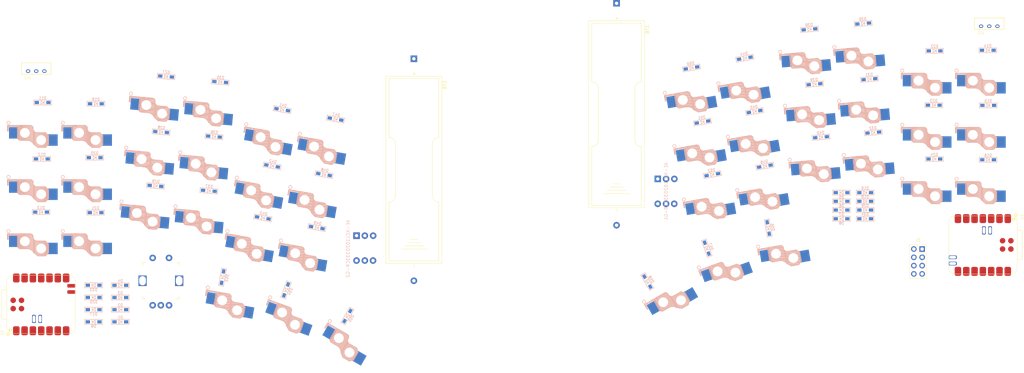
<source format=kicad_pcb>
(kicad_pcb (version 20241229) (generator "pcbnew") (generator_version "9.0")
  (layers (0 "F.Cu" signal) (2 "B.Cu" signal) (13 "F.Paste" user) (15 "B.Paste" user) (5 "F.SilkS" user "F.Silkscreen") (7 "B.SilkS" user "B.Silkscreen") (1 "F.Mask" user) (3 "B.Mask" user) (25 "Edge.Cuts" user))
  (net 0 "")
  (net 1 "BAT-R")
  (net 2 "Net-(SW43-B)")
  (net 3 "Net-(SW44-B)")
  (net 4 "Net-(AE-XCL102D333CR-G1-EN)")
  (net 5 "Net-(BT1-+)")
  (net 7 "INTR_L")
  (net 8 "BAT+R")
  (net 9 "PIN1L")
  (net 10 "Net-(BT2-+)")
  (net 12 "Net-(D10-A)")
  (net 13 "Net-(D11-K)")
  (net 14 "Net-(AE-XCL102D333CR-G2-EN)")
  (net 15 "PIN2L")
  (net 16 "BAT+L")
  (net 17 "BAT-L")
  (net 18 "Net-(D16-K)")
  (net 19 "Net-(D17-A)")
  (net 20 "Net-(D18-A)")
  (net 21 "PIN3L")
  (net 22 "Net-(D1-A)")
  (net 23 "Net-(D21-K)")
  (net 24 "Net-(D33-A)")
  (net 25 "Net-(D26-A)")
  (net 26 "Net-(D34-A)")
  (net 27 "PIN4L")
  (net 28 "Net-(D12-K)")
  (net 29 "Net-(D13-K)")
  (net 30 "Net-(D14-K)")
  (net 31 "Net-(D15-K)")
  (net 32 "Net-(D19-K)")
  (net 33 "PIN5L")
  (net 34 "Net-(D20-K)")
  (net 35 "Net-(D22-K)")
  (net 36 "Net-(D23-K)")
  (net 37 "Net-(D25-A)")
  (net 38 "Net-(D24-K)")
  (net 39 "Net-(D32-K)")
  (net 40 "PIN6L")
  (net 41 "Net-(D27-K)")
  (net 42 "Net-(D28-K)")
  (net 43 "Net-(D29-K)")
  (net 44 "Net-(D30-K)")
  (net 45 "Net-(D31-K)")
  (net 46 "INTR_R")
  (net 47 "Net-(D37-K)")
  (net 48 "Net-(D35-K)")
  (net 49 "Net-(D36-K)")
  (net 50 "PIN1R")
  (net 51 "Net-(D38-K)")
  (net 52 "Net-(D39-K)")
  (net 53 "Net-(D40-K)")
  (net 54 "PIN2R")
  (net 55 "Net-(D41-K)")
  (net 56 "Net-(D42-K)")
  (net 57 "Net-(D43-K)")
  (net 58 "PIN3R")
  (net 59 "Net-(D44-K)")
  (net 60 "Net-(D45-K)")
  (net 61 "Net-(D46-K)")
  (net 62 "PIN4R")
  (net 63 "Net-(D47-K)")
  (net 64 "Net-(D48-K)")
  (net 65 "Net-(D49-K)")
  (net 66 "Net-(D50-K)")
  (net 67 "GNDL")
  (net 68 "Net-(D51-K)")
  (net 69 "VCCL")
  (net 70 "SCK")
  (net 71 "CS")
  (net 72 "MOSI")
  (net 73 "VCCR")
  (net 74 "GNDR")
  (net 75 "Net-(D52-K)")
  (net 76 "Net-(D53-K)")
  (net 77 "Net-(D54-K)")
  (net 78 "Net-(D55-K)")
  (net 79 "Net-(D56-K)")
  (net 80 "Net-(D57-K)")
  (net 81 "RE1A")
  (net 82 "RE1B")
  (net 84 "PIN5R")
  (net 85 "Net-(D58-K)")
  (net 86 "PIN6R")
  (net 96 "MISO")
  (net 98 "PIN7L")
  (net 100 "PIN7R")
  (footprint "kbd_Parts:Diode_SMD" (layer "F.Cu") (at 306.200102 46.701429 180)
    (property "Reference" "D24" (at 0 1.4 0) (layer "B.SilkS") (effects (font (size 0.8 0.8) (thickness 0.125)) (justify mirror)))
    (property "Value" "D" (hide yes))
    (pad "1" smd rect (at -1.775 0 180) (size 1.3 0.95) (layers "B.Cu" "B.Mask" "B.Paste") (net 38 "Net-(D24-K)"))
    (pad "2" smd rect (at 1.775 0 180) (size 1.3 0.95) (layers "B.Cu" "B.Mask" "B.Paste") (net 54 "PIN2R"))
  )
  (footprint "kbd_Parts:Diode_SMD" (layer "F.Cu") (at 107.894792 86.801883 70)
    (property "Reference" "D54" (at -0.000001 1.400001 70) (layer "B.SilkS") (effects (font (size 0.8 0.8) (thickness 0.125)) (justify mirror)))
    (property "Value" "D" (hide yes))
    (pad "1" smd rect (at -1.774999 0.000001 70) (size 1.3 0.95) (layers "B.Cu" "B.Mask" "B.Paste") (net 77 "Net-(D54-K)"))
    (pad "2" smd rect (at 1.774999 -0.000001 70) (size 1.3 0.95) (layers "B.Cu" "B.Mask" "B.Paste") (net 98 "PIN7L"))
  )
  (footprint "kicad-lib:Choc_v2_Hotswap_1u_16.6" (layer "F.Cu") (at 270.431584 28.923393 5)
    (property "Reference" "SW23" (hide yes))
    (property "Value" "SW_Push" (hide yes))
    (pad "" np_thru_hole circle (at -5 3.7 95) (size 3 3) (drill 3) (layers "*.Cu" "*.Mask"))
    (pad "" np_thru_hole circle (at 0 0 95) (size 4.8 4.8) (drill 4.8) (layers "*.Cu" "*.Mask"))
    (pad "" np_thru_hole circle (at 0 5.9 95) (size 3 3) (drill 3) (layers "*.Cu" "*.Mask"))
    (pad "" np_thru_hole circle (at 5 -5.55 5) (size 1 1) (drill oval 1) (layers "*.Cu" "*.Mask"))
    (pad "1" smd rect (at -8.35 3.7 185) (size 3 3.5) (layers "B.Cu" "B.Mask" "B.Paste") (net 20 "Net-(D18-A)"))
    (pad "2" smd rect (at 3.55 5.9 185) (size 3 3.5) (layers "B.Cu" "B.Mask" "B.Paste") (net 52 "Net-(D39-K)"))
  )
  (footprint "kbd_Parts:Diode_SMD" (layer "F.Cu") (at 254.375262 48.889603 -170)
    (property "Reference" "D46" (at 0.000001 1.4 10) (layer "B.SilkS") (effects (font (size 0.8 0.8) (thickness 0.125)) (justify mirror)))
    (property "Value" "D" (hide yes))
    (pad "1" smd rect (at -1.774999 0.000001 190) (size 1.3 0.95) (layers "B.Cu" "B.Mask" "B.Paste") (net 61 "Net-(D46-K)"))
    (pad "2" smd rect (at 1.774999 -0.000001 190) (size 1.3 0.95) (layers "B.Cu" "B.Mask" "B.Paste") (net 84 "PIN5R"))
  )
  (footprint "kicad-lib:Choc_v2_Hotswap_1u_16.6" (layer "F.Cu") (at 33 35)
    (property "Reference" "SW1" (hide yes))
    (property "Value" "SW_Push" (hide yes))
    (pad "" np_thru_hole circle (at -5 3.7 90) (size 3 3) (drill 3) (layers "*.Cu" "*.Mask"))
    (pad "" np_thru_hole circle (at 0 0 90) (size 4.8 4.8) (drill 4.8) (layers "*.Cu" "*.Mask"))
    (pad "" np_thru_hole circle (at 0 5.9 90) (size 3 3) (drill 3) (layers "*.Cu" "*.Mask"))
    (pad "" np_thru_hole circle (at 5 -5.55) (size 1 1) (drill oval 1) (layers "*.Cu" "*.Mask"))
    (pad "1" smd rect (at -8.35 3.7 180) (size 3 3.5) (layers "B.Cu" "B.Mask" "B.Paste") (net 19 "Net-(D17-A)"))
    (pad "2" smd rect (at 3.55 5.9 180) (size 3 3.5) (layers "B.Cu" "B.Mask" "B.Paste") (net 13 "Net-(D11-K)"))
  )
  (footprint "kbd_Parts:Diode_SMD" (layer "F.Cu") (at 285.05 62.333333 180)
    (property "Reference" "D26" (at 0 1.4 0) (layer "B.SilkS") (effects (font (size 0.8 0.8) (thickness 0.125)) (justify mirror)))
    (property "Value" "D" (hide yes))
    (pad "1" smd rect (at -1.775 0 180) (size 1.3 0.95) (layers "B.Cu" "B.Mask" "B.Paste") (net 58 "PIN3R"))
    (pad "2" smd rect (at 1.775 0 180) (size 1.3 0.95) (layers "B.Cu" "B.Mask" "B.Paste") (net 25 "Net-(D26-A)"))
  )
  (footprint "kbd_Parts:Diode_SMD" (layer "F.Cu") (at 285.05 65 180)
    (property "Reference" "D34" (at 0 1.4 0) (layer "B.SilkS") (effects (font (size 0.8 0.8) (thickness 0.125)) (justify mirror)))
    (property "Value" "D" (hide yes))
    (pad "1" smd rect (at -1.775 0 180) (size 1.3 0.95) (layers "B.Cu" "B.Mask" "B.Paste") (net 62 "PIN4R"))
    (pad "2" smd rect (at 1.775 0 180) (size 1.3 0.95) (layers "B.Cu" "B.Mask" "B.Paste") (net 26 "Net-(D34-A)"))
  )
  (footprint "kicad-lib:Choc_v2_Hotswap_1u_16.6" (layer "F.Cu") (at 105.6922 37.229094 -10)
    (property "Reference" "SW25" (hide yes))
    (property "Value" "SW_Push" (hide yes))
    (pad "" np_thru_hole circle (at -5 3.7 80) (size 3 3) (drill 3) (layers "*.Cu" "*.Mask"))
    (pad "" np_thru_hole circle (at 0 0 80) (size 4.8 4.8) (drill 4.8) (layers "*.Cu" "*.Mask"))
    (pad "" np_thru_hole circle (at 0 5.9 80) (size 3 3) (drill 3) (layers "*.Cu" "*.Mask"))
    (pad "" np_thru_hole circle (at 5 -5.55 350) (size 1 1) (drill oval 1) (layers "*.Cu" "*.Mask"))
    (pad "1" smd rect (at -8.35 3.7 170) (size 3 3.5) (layers "B.Cu" "B.Mask" "B.Paste") (net 22 "Net-(D1-A)"))
    (pad "2" smd rect (at 3.55 5.9 170) (size 3 3.5) (layers "B.Cu" "B.Mask" "B.Paste") (net 55 "Net-(D41-K)"))
  )
  (footprint "kicad-lib:Choc_v2_Hotswap_1u_16.6" (layer "F.Cu") (at 49.6 35)
    (property "Reference" "SW7" (hide yes))
    (property "Value" "SW_Push" (hide yes))
    (pad "" np_thru_hole circle (at -5 3.7 90) (size 3 3) (drill 3) (layers "*.Cu" "*.Mask"))
    (pad "" np_thru_hole circle (at 0 0 90) (size 4.8 4.8) (drill 4.8) (layers "*.Cu" "*.Mask"))
    (pad "" np_thru_hole circle (at 0 5.9 90) (size 3 3) (drill 3) (layers "*.Cu" "*.Mask"))
    (pad "" np_thru_hole circle (at 5 -5.55) (size 1 1) (drill oval 1) (layers "*.Cu" "*.Mask"))
    (pad "1" smd rect (at -8.35 3.7 180) (size 3 3.5) (layers "B.Cu" "B.Mask" "B.Paste") (net 22 "Net-(D1-A)"))
    (pad "2" smd rect (at 3.55 5.9 180) (size 3 3.5) (layers "B.Cu" "B.Mask" "B.Paste") (net 32 "Net-(D19-K)"))
  )
  (footprint "kbd_Parts:Diode_SMD" (layer "F.Cu") (at 255.392331 67.825673 100)
    (property "Reference" "D56" (at 0.000001 1.4 100) (layer "B.SilkS") (effects (font (size 0.8 0.8) (thickness 0.125)) (justify mirror)))
    (property "Value" "D" (hide yes))
    (pad "1" smd rect (at -1.774999 0.000001 100) (size 1.3 0.95) (layers "B.Cu" "B.Mask" "B.Paste") (net 79 "Net-(D56-K)"))
    (pad "2" smd rect (at 1.774999 -0.000001 100) (size 1.3 0.95) (layers "B.Cu" "B.Mask" "B.Paste") (net 100 "PIN7R"))
  )
  (footprint "kicad-lib:Choc_v2_Hotswap_1u_16.6" (layer "F.Cu") (at 93.944037 87.222978 -10)
    (property "Reference" "SW37" (hide yes))
    (property "Value" "SW_Push" (hide yes))
    (pad "" np_thru_hole circle (at -5 3.7 80) (size 3 3) (drill 3) (layers "*.Cu" "*.Mask"))
    (pad "" np_thru_hole circle (at 0 0 80) (size 4.8 4.8) (drill 4.8) (layers "*.Cu" "*.Mask"))
    (pad "" np_thru_hole circle (at 0 5.9 80) (size 3 3) (drill 3) (layers "*.Cu" "*.Mask"))
    (pad "" np_thru_hole circle (at 5 -5.55 350) (size 1 1) (drill oval 1) (layers "*.Cu" "*.Mask"))
    (pad "1" smd rect (at -8.35 3.7 170) (size 3 3.5) (layers "B.Cu" "B.Mask" "B.Paste") (net 22 "Net-(D1-A)"))
    (pad "2" smd rect (at 3.55 5.9 170) (size 3 3.5) (layers "B.Cu" "B.Mask" "B.Paste") (net 76 "Net-(D53-K)"))
  )
  (footprint "kicad-lib:Choc_v2_Hotswap_1u_16.6" (layer "F.Cu") (at 33 68.2)
    (property "Reference" "SW3" (hide yes))
    (property "Value" "SW_Push" (hide yes))
    (pad "" np_thru_hole circle (at -5 3.7 90) (size 3 3) (drill 3) (layers "*.Cu" "*.Mask"))
    (pad "" np_thru_hole circle (at 0 0 90) (size 4.8 4.8) (drill 4.8) (layers "*.Cu" "*.Mask"))
    (pad "" np_thru_hole circle (at 0 5.9 90) (size 3 3) (drill 3) (layers "*.Cu" "*.Mask"))
    (pad "" np_thru_hole circle (at 5 -5.55) (size 1 1) (drill oval 1) (layers "*.Cu" "*.Mask"))
    (pad "1" smd rect (at -8.35 3.7 180) (size 3 3.5) (layers "B.Cu" "B.Mask" "B.Paste") (net 24 "Net-(D33-A)"))
    (pad "2" smd rect (at 3.55 5.9 180) (size 3 3.5) (layers "B.Cu" "B.Mask" "B.Paste") (net 29 "Net-(D13-K)"))
  )
  (footprint "kbd_Parts:Diode_SMD" (layer "F.Cu") (at 285.05 57 180)
    (property "Reference" "D10" (at 0 1.4 0) (layer "B.SilkS") (effects (font (size 0.8 0.8) (thickness 0.125)) (justify mirror)))
    (property "Value" "D" (hide yes))
    (pad "1" smd rect (at -1.775 0 180) (size 1.3 0.95) (layers "B.Cu" "B.Mask" "B.Paste") (net 50 "PIN1R"))
    (pad "2" smd rect (at 1.775 0 180) (size 1.3 0.95) (layers "B.Cu" "B.Mask" "B.Paste") (net 12 "Net-(D10-A)"))
  )
  (footprint "kbd_Parts:Diode_SMD" (layer "F.Cu") (at 100.792373 64.743409 170)
    (property "Reference" "D43" (at -0.000001 1.4 170) (layer "B.SilkS") (effects (font (size 0.8 0.8) (thickness 0.125)) (justify mirror)))
    (property "Value" "D" (hide yes))
    (pad "1" smd rect (at -1.774999 -0.000001 170) (size 1.3 0.95) (layers "B.Cu" "B.Mask" "B.Paste") (net 57 "Net-(D43-K)"))
    (pad "2" smd rect (at 1.774999 0.000001 170) (size 1.3 0.95) (layers "B.Cu" "B.Mask" "B.Paste") (net 33 "PIN5L"))
  )
  (footprint "kbd_Parts:Diode_SMD" (layer "F.Cu") (at 106.725914 31.595418 170)
    (property "Reference" "D41" (at -0.000001 1.4 170) (layer "B.SilkS") (effects (font (size 0.8 0.8) (thickness 0.125)) (justify mirror)))
    (property "Value" "D" (hide yes))
    (pad "1" smd rect (at -1.774999 -0.000001 170) (size 1.3 0.95) (layers "B.Cu" "B.Mask" "B.Paste") (net 55 "Net-(D41-K)"))
    (pad "2" smd rect (at 1.774999 0.000001 170) (size 1.3 0.95) (layers "B.Cu" "B.Mask" "B.Paste") (net 33 "PIN5L"))
  )
  (footprint "kicad-lib:Choc_v2_Hotswap_1u_16.6" (layer "F.Cu") (at 323 35.6)
    (property "Reference" "SW5" (hide yes))
    (property "Value" "SW_Push" (hide yes))
    (pad "" np_thru_hole circle (at -5 3.7 90) (size 3 3) (drill 3) (layers "*.Cu" "*.Mask"))
    (pad "" np_thru_hole circle (at 0 0 90) (size 4.8 4.8) (drill 4.8) (layers "*.Cu" "*.Mask"))
    (pad "" np_thru_hole circle (at 0 5.9 90) (size 3 3) (drill 3) (layers "*.Cu" "*.Mask"))
    (pad "" np_thru_hole circle (at 5 -5.55) (size 1 1) (drill oval 1) (layers "*.Cu" "*.Mask"))
    (pad "1" smd rect (at -8.35 3.7 180) (size 3 3.5) (layers "B.Cu" "B.Mask" "B.Paste") (net 25 "Net-(D26-A)"))
    (pad "2" smd rect (at 3.55 5.9 180) (size 3 3.5) (layers "B.Cu" "B.Mask" "B.Paste") (net 31 "Net-(D15-K)"))
  )
  (footprint "kicad-lib:Choc_v2_Hotswap_1u_16.6" (layer "F.Cu") (at 84.121631 61.460225 -5)
    (property "Reference" "SW21" (hide yes))
    (property "Value" "SW_Push" (hide yes))
    (pad "" np_thru_hole circle (at -5 3.7 85) (size 3 3) (drill 3) (layers "*.Cu" "*.Mask"))
    (pad "" np_thru_hole circle (at 0 0 85) (size 4.8 4.8) (drill 4.8) (layers "*.Cu" "*.Mask"))
    (pad "" np_thru_hole circle (at 0 5.9 85) (size 3 3) (drill 3) (layers "*.Cu" "*.Mask"))
    (pad "" np_thru_hole circle (at 5 -5.55 355) (size 1 1) (drill oval 1) (layers "*.Cu" "*.Mask"))
    (pad "1" smd rect (at -8.35 3.7 175) (size 3 3.5) (layers "B.Cu" "B.Mask" "B.Paste") (net 37 "Net-(D25-A)"))
    (pad "2" smd rect (at 3.55 5.9 175) (size 3 3.5) (layers "B.Cu" "B.Mask" "B.Paste") (net 47 "Net-(D37-K)"))
  )
  (footprint "kbd_Parts:Diode_SMD" (layer "F.Cu") (at 271.542481 40.021164 -175)
    (property "Reference" "D40" (at 0 1.4 5) (layer "B.SilkS") (effects (font (size 0.8 0.8) (thickness 0.125)) (justify mirror)))
    (property "Value" "D" (hide yes))
    (pad "1" smd rect (at -1.775 0.000001 185) (size 1.3 0.95) (layers "B.Cu" "B.Mask" "B.Paste") (net 53 "Net-(D40-K)"))
    (pad "2" smd rect (at 1.775 -0.000001 185) (size 1.3 0.95) (layers "B.Cu" "B.Mask" "B.Paste") (net 62 "PIN4R"))
  )
  (footprint "kbd_Parts:Diode_SMD" (layer "F.Cu") (at 231.910755 18.817258 -170)
    (property "Reference" "D50" (at 0.000001 1.4 10) (layer "B.SilkS") (effects (font (size 0.8 0.8) (thickness 0.125)) (justify mirror)))
    (property "Value" "D" (hide yes))
    (pad "1" smd rect (at -1.774999 0.000001 190) (size 1.3 0.95) (layers "B.Cu" "B.Mask" "B.Paste") (net 66 "Net-(D50-K)"))
    (pad "2" smd rect (at 1.774999 -0.000001 190) (size 1.3 0.95) (layers "B.Cu" "B.Mask" "B.Paste") (net 86 "PIN6R"))
  )
  (footprint "kicad-lib:Choc_v2_Hotswap_1u_16.6" (layer "F.Cu") (at 33 51.6)
    (property "Reference" "SW2" (hide yes))
    (property "Value" "SW_Push" (hide yes))
    (pad "" np_thru_hole circle (at -5 3.7 90) (size 3 3) (drill 3) (layers "*.Cu" "*.Mask"))
    (pad "" np_thru_hole circle (at 0 0 90) (size 4.8 4.8) (drill 4.8) (layers "*.Cu" "*.Mask"))
    (pad "" np_thru_hole circle (at 0 5.9 90) (size 3 3) (drill 3) (layers "*.Cu" "*.Mask"))
    (pad "" np_thru_hole circle (at 5 -5.55) (size 1 1) (drill oval 1) (layers "*.Cu" "*.Mask"))
    (pad "1" smd rect (at -8.35 3.7 180) (size 3 3.5) (layers "B.Cu" "B.Mask" "B.Paste") (net 37 "Net-(D25-A)"))
    (pad "2" smd rect (at 3.55 5.9 180) (size 3 3.5) (layers "B.Cu" "B.Mask" "B.Paste") (net 28 "Net-(D12-K)"))
  )
  (footprint "kbd_Parts:Diode_SMD" (layer "F.Cu") (at 32.95924 62.970212 180)
    (property "Reference" "D13" (at 0 1.4 0) (layer "B.SilkS") (effects (font (size 0.8 0.8) (thickness 0.125)) (justify mirror)))
    (property "Value" "D" (hide yes))
    (pad "1" smd rect (at -1.775 0 180) (size 1.3 0.95) (layers "B.Cu" "B.Mask" "B.Paste") (net 29 "Net-(D13-K)"))
    (pad "2" smd rect (at 1.775 0 180) (size 1.3 0.95) (layers "B.Cu" "B.Mask" "B.Paste") (net 9 "PIN1L"))
  )
  (footprint "kbd_Parts:Diode_SMD" (layer "F.Cu") (at 71.193589 21.445622 175)
    (property "Reference" "D27" (at 0 1.4 175) (layer "B.SilkS") (effects (font (size 0.8 0.8) (thickness 0.125)) (justify mirror)))
    (property "Value" "D" (hide yes))
    (pad "1" smd rect (at -1.775 -0.000001 175) (size 1.3 0.95) (layers "B.Cu" "B.Mask" "B.Paste") (net 41 "Net-(D27-K)"))
    (pad "2" smd rect (at 1.775 0.000001 175) (size 1.3 0.95) (layers "B.Cu" "B.Mask" "B.Paste") (net 21 "PIN3L"))
  )
  (footprint "kbd_Parts:Diode_SMD" (layer "F.Cu") (at 306.035545 30.224387 180)
    (property "Reference" "D23" (at 0 1.4 0) (layer "B.SilkS") (effects (font (size 0.8 0.8) (thickness 0.125)) (justify mirror)))
    (property "Value" "D" (hide yes))
    (pad "1" smd rect (at -1.775 0 180) (size 1.3 0.95) (layers "B.Cu" "B.Mask" "B.Paste") (net 36 "Net-(D23-K)"))
    (pad "2" smd rect (at 1.775 0 180) (size 1.3 0.95) (layers "B.Cu" "B.Mask" "B.Paste") (net 54 "PIN2R"))
  )
  (footprint "kicad-lib:Choc_v2_Hotswap_1u_16.6" (layer "F.Cu") (at 306.4 19)
    (property "Reference" "SW10" (hide yes))
    (property "Value" "SW_Push" (hide yes))
    (pad "" np_thru_hole circle (at -5 3.7 90) (size 3 3) (drill 3) (layers "*.Cu" "*.Mask"))
    (pad "" np_thru_hole circle (at 0 0 90) (size 4.8 4.8) (drill 4.8) (layers "*.Cu" "*.Mask"))
    (pad "" np_thru_hole circle (at 0 5.9 90) (size 3 3) (drill 3) (layers "*.Cu" "*.Mask"))
    (pad "" np_thru_hole circle (at 5 -5.55) (size 1 1) (drill oval 1) (layers "*.Cu" "*.Mask"))
    (pad "1" smd rect (at -8.35 3.7 180) (size 3 3.5) (layers "B.Cu" "B.Mask" "B.Paste") (net 12 "Net-(D10-A)"))
    (pad "2" smd rect (at 3.55 5.9 180) (size 3 3.5) (layers "B.Cu" "B.Mask" "B.Paste") (net 35 "Net-(D22-K)"))
  )
  (footprint "kbd_Parts:Diode_SMD" (layer "F.Cu") (at 119.506022 51.461867 170)
    (property "Reference" "D48" (at -0.000001 1.4 170) (layer "B.SilkS") (effects (font (size 0.8 0.8) (thickness 0.125)) (justify mirror)))
    (property "Value" "D" (hide yes))
    (pad "1" smd rect (at -1.774999 -0.000001 170) (size 1.3 0.95) (layers "B.Cu" "B.Mask" "B.Paste") (net 64 "Net-(D48-K)"))
    (pad "2" smd rect (at 1.774999 0.000001 170) (size 1.3 0.95) (layers "B.Cu" "B.Mask" "B.Paste") (net 40 "PIN6L"))
  )
  (footprint "kicad-lib:Choc_v2_Hotswap_1u_16.6" (layer "F.Cu") (at 271.878369 45.460225 5)
    (property "Reference" "SW24" (hide yes))
    (property "Value" "SW_Push" (hide yes))
    (pad "" np_thru_hole circle (at -5 3.7 95) (size 3 3) (drill 3) (layers "*.Cu" "*.Mask"))
    (pad "" np_thru_hole circle (at 0 0 95) (size 4.8 4.8) (drill 4.8) (layers "*.Cu" "*.Mask"))
    (pad "" np_thru_hole circle (at 0 5.9 95) (size 3 3) (drill 3) (layers "*.Cu" "*.Mask"))
    (pad "" np_thru_hole circle (at 5 -5.55 5) (size 1 1) (drill oval 1) (layers "*.Cu" "*.Mask"))
    (pad "1" smd rect (at -8.35 3.7 185) (size 3 3.5) (layers "B.Cu" "B.Mask" "B.Paste") (net 25 "Net-(D26-A)"))
    (pad "2" smd rect (at 3.55 5.9 185) (size 3 3.5) (layers "B.Cu" "B.Mask" "B.Paste") (net 53 "Net-(D40-K)"))
  )
  (footprint "kicad-lib:Choc_v2_Hotswap_1u_16.6" (layer "F.Cu") (at 268.984799 12.386561 5)
    (property "Reference" "SW22" (hide yes))
    (property "Value" "SW_Push" (hide yes))
    (pad "" np_thru_hole circle (at -5 3.7 95) (size 3 3) (drill 3) (layers "*.Cu" "*.Mask"))
    (pad "" np_thru_hole circle (at 0 0 95) (size 4.8 4.8) (drill 4.8) (layers "*.Cu" "*.Mask"))
    (pad "" np_thru_hole circle (at 0 5.9 95) (size 3 3) (drill 3) (layers "*.Cu" "*.Mask"))
    (pad "" np_thru_hole circle (at 5 -5.55 5) (size 1 1) (drill oval 1) (layers "*.Cu" "*.Mask"))
    (pad "1" smd rect (at -8.35 3.7 185) (size 3 3.5) (layers "B.Cu" "B.Mask" "B.Paste") (net 12 "Net-(D10-A)"))
    (pad "2" smd rect (at 3.55 5.9 185) (size 3 3.5) (layers "B.Cu" "B.Mask" "B.Paste") (net 51 "Net-(D38-K)"))
  )
  (footprint "Battery:BatteryHolder_Keystone_2460_1xAA" (layer "F.Cu") (at 147 24 -90)
    (property "Reference" "BT2" (at -0.02 -9.42 90) (layer "F.SilkS"))
    (property "Value" "Battery_Cell")
    (fp_text user "-" (at 55.37 -0.06 90) (layer "F.SilkS"))
    (fp_text user "+" (at -3.4 -0.06 90) (layer "F.SilkS"))
    (pad "" np_thru_hole circle (at 2.75 -5.995) (size 2.64 2.64) (drill 2.64) (layers "*.Cu" "*.Mask"))
    (pad "" np_thru_hole circle (at 49.23 5.995 270) (size 2.64 2.64) (drill 2.64) (layers "*.Cu" "*.Mask"))
    (pad "1" thru_hole rect (at -8 0 90) (size 2 2) (drill 1.02) (layers "*.Cu" "*.Mask") (net 10 "Net-(BT2-+)"))
    (pad "2" thru_hole circle (at 59.99 0 90) (size 2 2) (drill 1.02) (layers "*.Cu" "*.Mask") (net 17 "BAT-L"))
  )
  (footprint "kbd_Parts:Diode_SMD" (layer "F.Cu") (at 287.526393 38.60888 -175)
    (property "Reference" "D32" (at 0 1.4 5) (layer "B.SilkS") (effects (font (size 0.8 0.8) (thickness 0.125)) (justify mirror)))
    (property "Value" "D" (hide yes))
    (pad "1" smd rect (at -1.775 0.000001 185) (size 1.3 0.95) (layers "B.Cu" "B.Mask" "B.Paste") (net 39 "Net-(D32-K)"))
    (pad "2" smd rect (at 1.775 -0.000001 185) (size 1.3 0.95) (layers "B.Cu" "B.Mask" "B.Paste") (net 58 "PIN3R"))
  )
  (footprint "kbd_Parts:Diode_SMD" (layer "F.Cu") (at 268.008112 6.98742 -175)
    (property "Reference" "D38" (at 0 1.4 5) (layer "B.SilkS") (effects (font (size 0.8 0.8) (thickness 0.125)) (justify mirror)))
    (property "Value" "D" (hide yes))
    (pad "1" smd rect (at -1.775 0.000001 185) (size 1.3 0.95) (layers "B.Cu" "B.Mask" "B.Paste") (net 51 "Net-(D38-K)"))
    (pad "2" smd rect (at 1.775 -0.000001 185) (size 1.3 0.95) (layers "B.Cu" "B.Mask" "B.Paste") (net 62 "PIN4R"))
  )
  (footprint "kbd_Parts:TGSW_MSK-12D19" (layer "F.Cu") (at 31.478369 18.75)
    (property "Reference" "SW44")
    (property "Value" "SW_SPDT" (hide yes))
    (pad "1" thru_hole oval (at -2.5 1.05) (size 1.3 1) (drill oval 0.8 0.5) (layers "*.Cu" "*.Mask") (clearance 0.15))
    (pad "2" thru_hole oval (at 0 1.05) (size 1.3 1) (drill oval 0.8 0.5) (layers "*.Cu" "*.Mask") (net 3 "Net-(SW44-B)") (clearance 0.15))
    (pad "3" thru_hole oval (at 2.5 1.05) (size 1.3 1) (drill oval 0.8 0.5) (layers "*.Cu" "*.Mask") (net 14 "Net-(AE-XCL102D333CR-G2-EN)") (clearance 0.15))
  )
  (footprint "kbd_Parts:Diode_SMD" (layer "F.Cu") (at 49.05 85.375)
    (property "Reference" "D33" (at 0 1.4 0) (layer "B.SilkS") (effects (font (size 0.8 0.8) (thickness 0.125)) (justify mirror)))
    (property "Value" "D" (hide yes))
    (pad "1" smd rect (at -1.775 0) (size 1.3 0.95) (layers "B.Cu" "B.Mask" "B.Paste") (net 27 "PIN4L"))
    (pad "2" smd rect (at 1.775 0) (size 1.3 0.95) (layers "B.Cu" "B.Mask" "B.Paste") (net 24 "Net-(D33-A)"))
  )
  (footprint "kbd_Parts:Diode_SMD" (layer "F.Cu") (at 126.662992 94.796549 60)
    (property "Reference" "D55" (at 0 1.4 60) (layer "B.SilkS") (effects (font (size 0.8 0.8) (thickness 0.125)) (justify mirror)))
    (property "Value" "D" (hide yes))
    (pad "1" smd rect (at -1.775 0 60) (size 1.3 0.95) (layers "B.Cu" "B.Mask" "B.Paste") (net 78 "Net-(D55-K)"))
    (pad "2" smd rect (at 1.775 0 60) (size 1.3 0.95) (layers "B.Cu" "B.Mask" "B.Paste") (net 98 "PIN7L"))
  )
  (footprint "kbd_Parts:Diode_SMD" (layer "F.Cu") (at 117.314213 67.714743 170)
    (property "Reference" "D49" (at -0.000001 1.4 170) (layer "B.SilkS") (effects (font (size 0.8 0.8) (thickness 0.125)) (justify mirror)))
    (property "Value" "D" (hide yes))
    (pad "1" smd rect (at -1.774999 -0.000001 170) (size 1.3 0.95) (layers "B.Cu" "B.Mask" "B.Paste") (net 65 "Net-(D49-K)"))
    (pad "2" smd rect (at 1.774999 0.000001 170) (size 1.3 0.95) (layers "B.Cu" "B.Mask" "B.Paste") (net 40 "PIN6L"))
  )
  (footprint "kicad-lib:Choc_v2_Hotswap_1u_16.6" (layer "F.Cu") (at 70.478369 26.939775 -5)
    (property "Reference" "SW13" (hide yes))
    (property "Value" "SW_Push" (hide yes))
    (pad "" np_thru_hole circle (at -5 3.7 85) (size 3 3) (drill 3) (layers "*.Cu" "*.Mask"))
    (pad "" np_thru_hole circle (at 0 0 85) (size 4.8 4.8) (drill 4.8) (layers "*.Cu" "*.Mask"))
    (pad "" np_thru_hole circle (at 0 5.9 85) (size 3 3) (drill 3) (layers "*.Cu" "*.Mask"))
    (pad "" np_thru_hole circle (at 5 -5.55 355) (size 1 1) (drill oval 1) (layers "*.Cu" "*.Mask"))
    (pad "1" smd rect (at -8.35 3.7 175) (size 3 3.5) (layers "B.Cu" "B.Mask" "B.Paste") (net 22 "Net-(D1-A)"))
    (pad "2" smd rect (at 3.55 5.9 175) (size 3 3.5) (layers "B.Cu" "B.Mask" "B.Paste") (net 41 "Net-(D27-K)"))
  )
  (footprint "kbd_Parts:Diode_SMD" (layer "F.Cu") (at 49.635521 63.117338 180)
    (property "Reference" "D21" (at 0 1.4 0) (layer "B.SilkS") (effects (font (size 0.8 0.8) (thickness 0.125)) (justify mirror)))
    (property "Value" "D" (hide yes))
    (pad "1" smd rect (at -1.775 0 180) (size 1.3 0.95) (layers "B.Cu" "B.Mask" "B.Paste") (net 23 "Net-(D21-K)"))
    (pad "2" smd rect (at 1.775 0 180) (size 1.3 0.95) (layers "B.Cu" "B.Mask" "B.Paste") (net 15 "PIN2L"))
  )
  (footprint "kicad-lib:Choc_v2_Hotswap_1u_16.6" (layer "F.Cu") (at 130.24492 100.86338 -30)
    (property "Reference" "SW39" (hide yes))
    (property "Value" "SW_Push" (hide yes))
    (pad "" np_thru_hole circle (at -5 3.7 60) (size 3 3) (drill 3) (layers "*.Cu" "*.Mask"))
    (pad "" np_thru_hole circle (at 0 0 60) (size 4.8 4.8) (drill 4.8) (layers "*.Cu" "*.Mask"))
    (pad "" np_thru_hole circle (at 0 5.9 60) (size 3 3) (drill 3) (layers "*.Cu" "*.Mask"))
    (pad "" np_thru_hole circle (at 5 -5.55 330) (size 1 1) (drill oval 1) (layers "*.Cu" "*.Mask"))
    (pad "1" smd rect (at -8.35 3.7 150) (size 3 3.5) (layers "B.Cu" "B.Mask" "B.Paste") (net 37 "Net-(D25-A)"))
    (pad "2" smd rect (at 3.55 5.9 150) (size 3 3.5) (layers "B.Cu" "B.Mask" "B.Paste") (net 78 "Net-(D55-K)"))
  )
  (footprint "kicad-lib:Choc_v2_Hotswap_1u_16.6" (layer "F.Cu") (at 49.6 51.6)
    (property "Reference" "SW8" (hide yes))
    (property "Value" "SW_Push" (hide yes))
    (pad "" np_thru_hole circle (at -5 3.7 90) (size 3 3) (drill 3) (layers "*.Cu" "*.Mask"))
    (pad "" np_thru_hole circle (at 0 0 90) (size 4.8 4.8) (drill 4.8) (layers "*.Cu" "*.Mask"))
    (pad "" np_thru_hole circle (at 0 5.9 90) (size 3 3) (drill 3) (layers "*.Cu" "*.Mask"))
    (pad "" np_thru_hole circle (at 5 -5.55) (size 1 1) (drill oval 1) (layers "*.Cu" "*.Mask"))
    (pad "1" smd rect (at -8.35 3.7 180) (size 3 3.5) (layers "B.Cu" "B.Mask" "B.Paste") (net 37 "Net-(D25-A)"))
    (pad "2" smd rect (at 3.55 5.9 180) (size 3 3.5) (layers "B.Cu" "B.Mask" "B.Paste") (net 34 "Net-(D20-K)"))
  )
  (footprint "kbd_Parts:Diode_SMD" (layer "F.Cu") (at 218.418786 84.265775 120)
    (property "Reference" "D58" (at 0 1.4 120) (layer "B.SilkS") (effects (font (size 0.8 0.8) (thickness 0.125)) (justify mirror)))
    (property "Value" "D" (hide yes))
    (pad "1" smd rect (at -1.775 0 120) (size 1.3 0.95) (layers "B.Cu" "B.Mask" "B.Paste") (net 85 "Net-(D58-K)"))
    (pad "2" smd rect (at 1.775 0 120) (size 1.3 0.95) (layers "B.Cu" "B.Mask" "B.Paste") (net 100 "PIN7R"))
  )
  (footprint "kbd_Parts:Diode_SMD" (layer "F.Cu") (at 88.479021 82.879152 80)
    (property "Reference" "D53" (at -0.000001 1.4 80) (layer "B.SilkS") (effects (font (size 0.8 0.8) (thickness 0.125)) (justify mirror)))
    (property "Value" "D" (hide yes))
    (pad "1" smd rect (at -1.774999 -0.000001 80) (size 1.3 0.95) (layers "B.Cu" "B.Mask" "B.Paste") (net 76 "Net-(D53-K)"))
    (pad "2" smd rect (at 1.774999 0.000001 80) (size 1.3 0.95) (layers "B.Cu" "B.Mask" "B.Paste") (net 98 "PIN7L"))
  )
  (footprint "kbd_Parts:Diode_SMD" (layer "F.Cu") (at 235.280567 35.37396 -170)
    (property "Reference" "D51" (at 0.000001 1.4 10) (layer "B.SilkS") (effects (font (size 0.8 0.8) (thickness 0.125)) (justify mirror)))
    (property "Value" "D" (hide yes))
    (pad "1" smd rect (at -1.774999 0.000001 190) (size 1.3 0.95) (layers "B.Cu" "B.Mask" "B.Paste") (net 68 "Net-(D51-K)"))
    (pad "2" smd rect (at 1.774999 -0.000001 190) (size 1.3 0.95) (layers "B.Cu" "B.Mask" "B.Paste") (net 86 "PIN6R"))
  )
  (footprint "kbd_Parts:RotaryEncoder_EC12E" (layer "F.Cu") (at 69.6 84 90)
    (property "Reference" "SW45")
    (property "Value" "RotaryEncoder_Switch")
    (pad "A" thru_hole circle (at -7.5 -2.5 90) (size 2 2) (drill 1) (layers "*.Cu" "*.Mask") (net 81 "RE1A"))
    (pad "B" thru_hole circle (at -7.5 2.5 90) (size 2 2) (drill 1) (layers "*.Cu" "*.Mask") (net 82 "RE1B"))
    (pad "C" thru_hole circle (at -7.5 0 90) (size 2 2) (drill 1) (layers "*.Cu" "*.Mask") (net 67 "GNDL"))
    (pad "MP" thru_hole rect (at 0 -5.6 90) (size 3.2 2.5) (drill oval 2.8 2) (layers "*.Cu" "*.Mask"))
    (pad "MP" thru_hole rect (at 0 5.6 90) (size 3.2 2.5) (drill oval 2.8 2) (layers "*.Cu" "*.Mask"))
    (pad "S1" thru_hole circle (at 7 2.5 90) (size 2 2) (drill 1) (layers "*.Cu" "*.Mask"))
    (pad "S2" thru_hole circle (at 7 -2.5 90) (size 2 2) (drill 1) (layers "*.Cu" "*.Mask"))
  )
  (footprint "kbd_Parts:Diode_SMD" (layer "F.Cu") (at 284.425365 5.21152 -175)
    (property "Reference" "D30" (at 0 1.4 5) (layer "B.SilkS") (effects (font (size 0.8 0.8) (thickness 0.125)) (justify mirror)))
    (property "Value" "D" (hide yes))
    (pad "1" smd rect (at -1.775 0.000001 185) (size 1.3 0.95) (layers "B.Cu" "B.Mask" "B.Paste") (net 44 "Net-(D30-K)"))
    (pad "2" smd rect (at 1.775 -0.000001 185) (size 1.3 0.95) (layers "B.Cu" "B.Mask" "B.Paste") (net 58 "PIN3R"))
  )
  (footprint "kicad-lib:Choc_v2_Hotswap_1u_16.6" (layer "F.Cu") (at 243.343837 75.946947 20)
    (property "Reference" "SW41" (hide yes))
    (property "Value" "SW_Push" (hide yes))
    (pad "" np_thru_hole circle (at -5 3.699999 110) (size 3 3) (drill 3) (layers "*.Cu" "*.Mask"))
    (pad "" np_thru_hole circle (at 0 0 110) (size 4.8 4.8) (drill 4.8) (layers "*.Cu" "*.Mask"))
    (pad "" np_thru_hole circle (at 0 5.9 110) (size 3 3) (drill 3) (layers "*.Cu" "*.Mask"))
    (pad "" np_thru_hole circle (at 5 -5.55 20) (size 1 1) (drill oval 1) (layers "*.Cu" "*.Mask"))
    (pad "1" smd rect (at -8.35 3.7 200) (size 3 3.5) (layers "B.Cu" "B.Mask" "B.Paste") (net 20 "Net-(D18-A)"))
    (pad "2" smd rect (at 3.55 5.9 200) (size 3 3.5) (layers "B.Cu" "B.Mask" "B.Paste") (net 80 "Net-(D57-K)"))
  )
  (footprint "kicad-lib:Choc_v2_Hotswap_1u_16.6" (layer "F.Cu") (at 306.4 35.6)
    (property "Reference" "SW11" (hide yes))
    (property "Value" "SW_Push" (hide yes))
    (pad "" np_thru_hole circle (at -5 3.7 90) (size 3 3) (drill 3) (layers "*.Cu" "*.Mask"))
    (pad "" np_thru_hole circle (at 0 0 90) (size 4.8 4.8) (drill 4.8) (layers "*.Cu" "*.Mask"))
    (pad "" np_thru_hole circle (at 0 5.9 90) (size 3 3) (drill 3) (layers "*.Cu" "*.Mask"))
    (pad "" np_thru_hole circle (at 5 -5.55) (size 1 1) (drill oval 1) (layers "*.Cu" "*.Mask"))
    (pad "1" smd rect (at -8.35 3.7 180) (size 3 3.5) (layers "B.Cu" "B.Mask" "B.Paste") (net 25 "Net-(D26-A)"))
    (pad "2" smd rect (at 3.55 5.9 180) (size 3 3.5) (layers "B.Cu" "B.Mask" "B.Paste") (net 36 "Net-(D23-K)"))
  )
  (footprint "kicad-lib:Choc_v2_Hotswap_1u_16.6" (layer "F.Cu") (at 323 19)
    (property "Reference" "SW4" (hide yes))
    (property "Value" "SW_Push" (hide yes))
    (pad "" np_thru_hole circle (at -5 3.7 90) (size 3 3) (drill 3) (layers "*.Cu" "*.Mask"))
    (pad "" np_thru_hole circle (at 0 0 90) (size 4.8 4.8) (drill 4.8) (layers "*.Cu" "*.Mask"))
    (pad "" np_thru_hole circle (at 0 5.9 90) (size 3 3) (drill 3) (layers "*.Cu" "*.Mask"))
    (pad "" np_thru_hole circle (at 5 -5.55) (size 1 1) (drill oval 1) (layers "*.Cu" "*.Mask"))
    (pad "1" smd rect (at -8.35 3.7 180) (size 3 3.5) (layers "B.Cu" "B.Mask" "B.Paste") (net 20 "Net-(D18-A)"))
    (pad "2" smd rect (at 3.55 5.9 180) (size 3 3.5) (layers "B.Cu" "B.Mask" "B.Paste") (net 30 "Net-(D14-K)"))
  )
  (footprint "kbd_Parts:Diode_SMD" (layer "F.Cu") (at 57.2 89.125 180)
    (property "Reference" "D3" (at 0 1.4 0) (layer "B.SilkS") (effects (font (size 0.8 0.8) (thickness 0.125)) (justify mirror)))
    (property "Value" "D" (hide yes))
    (pad "1" smd rect (at -1.775 0 180) (size 1.3 0.95) (layers "B.Cu" "B.Mask" "B.Paste") (net 7 "INTR_L"))
    (pad "2" smd rect (at 1.775 0 180) (size 1.3 0.95) (layers "B.Cu" "B.Mask" "B.Paste") (net 37 "Net-(D25-A)"))
  )
  (footprint "kbd_Parts:Diode_SMD" (layer "F.Cu") (at 286.34821 22.243921 -175)
    (property "Reference" "D31" (at 0 1.4 5) (layer "B.SilkS") (effects (font (size 0.8 0.8) (thickness 0.125)) (justify mirror)))
    (property "Value" "D" (hide yes))
    (pad "1" smd rect (at -1.775 0.000001 185) (size 1.3 0.95) (layers "B.Cu" "B.Mask" "B.Paste") (net 45 "Net-(D31-K)"))
    (pad "2" smd rect (at 1.775 -0.000001 185) (size 1.3 0.95) (layers "B.Cu" "B.Mask" "B.Paste") (net 58 "PIN3R"))
  )
  (footprint "kicad-lib:Choc_v2_Hotswap_1u_16.6" (layer "F.Cu") (at 67.584799 60.013439 -5)
    (property "Reference" "SW15" (hide yes))
    (property "Value" "SW_Push" (hide yes))
    (pad "" np_thru_hole circle (at -5 3.7 85) (size 3 3) (drill 3) (layers "*.Cu" "*.Mask"))
    (pad "" np_thru_hole circle (at 0 0 85) (size 4.8 4.8) (drill 4.8) (layers "*.Cu" "*.Mask"))
    (pad "" np_thru_hole circle (at 0 5.9 85) (size 3 3) (drill 3) (layers "*.Cu" "*.Mask"))
    (pad "" np_thru_hole circle (at 5 -5.55 355) (size 1 1) (drill oval 1) (layers "*.Cu" "*.Mask"))
    (pad "1" smd rect (at -8.35 3.7 175) (size 3 3.5) (layers "B.Cu" "B.Mask" "B.Paste") (net 24 "Net-(D33-A)"))
    (pad "2" smd rect (at 3.55 5.9 175) (size 3 3.5) (layers "B.Cu" "B.Mask" "B.Paste") (net 43 "Net-(D29-K)"))
  )
  (footprint "kicad-lib:Choc_v2_Hotswap_1u_16.6" (layer "F.Cu") (at 255.656465 53.906529 10)
    (property "Reference" "SW30" (hide yes))
    (property "Value" "SW_Push" (hide yes))
    (pad "" np_thru_hole circle (at -5.000001 3.7 100) (size 3 3) (drill 3) (layers "*.Cu" "*.Mask"))
    (pad "" np_thru_hole circle (at 0 0 100) (size 4.8 4.8) (drill 4.8) (layers "*.Cu" "*.Mask"))
    (pad "" np_thru_hole circle (at 0 5.9 100) (size 3 3) (drill 3) (layers "*.Cu" "*.Mask"))
    (pad "" np_thru_hole circle (at 5 -5.55 10) (size 1 1) (drill oval 1) (layers "*.Cu" "*.Mask"))
    (pad "1" smd rect (at -8.35 3.7 190) (size 3 3.5) (layers "B.Cu" "B.Mask" "B.Paste") (net 25 "Net-(D26-A)"))
    (pad "2" smd rect (at 3.55 5.9 190) (size 3 3.5) (layers "B.Cu" "B.Mask" "B.Paste") (net 61 "Net-(D46-K)"))
  )
  (footprint "kbd_Parts:Diode_SMD" (layer "F.Cu") (at 49.05 89.108333)
    (property "Reference" "D25" (at 0 1.4 0) (layer "B.SilkS") (effects (font (size 0.8 0.8) (thickness 0.125)) (justify mirror)))
    (property "Value" "D" (hide yes))
    (pad "1" smd rect (at -1.775 0) (size 1.3 0.95) (layers "B.Cu" "B.Mask" "B.Paste") (net 21 "PIN3L"))
    (pad "2" smd rect (at 1.775 0) (size 1.3 0.95) (layers "B.Cu" "B.Mask" "B.Paste") (net 37 "Net-(D25-A)"))
  )
  (footprint "kicad-lib:Choc_v2_Hotswap_1u_16.6" (layer "F.Cu") (at 286.968416 27.476607 5)
    (property "Reference" "SW17" (hide yes))
    (property "Value" "SW_Push" (hide yes))
    (pad "" np_thru_hole circle (at -5 3.7 95) (size 3 3) (drill 3) (layers "*.Cu" "*.Mask"))
    (pad "" np_thru_hole circle (at 0 0 95) (size 4.8 4.8) (drill 4.8) (layers "*.Cu" "*.Mask"))
    (pad "" np_thru_hole circle (at 0 5.9 95) (size 3 3) (drill 3) (layers "*.Cu" "*.Mask"))
    (pad "" np_thru_hole circle (at 5 -5.55 5) (size 1 1) (drill oval 1) (layers "*.Cu" "*.Mask"))
    (pad "1" smd rect (at -8.35 3.7 185) (size 3 3.5) (layers "B.Cu" "B.Mask" "B.Paste") (net 20 "Net-(D18-A)"))
    (pad "2" smd rect (at 3.55 5.9 185) (size 3 3.5) (layers "B.Cu" "B.Mask" "B.Paste") (net 45 "Net-(D31-K)"))
  )
  (footprint "kbd_Parts:Diode_SMD" (layer "F.Cu") (at 67.953088 54.947308 175)
    (property "Reference" "D29" (at 0 1.4 175) (layer "B.SilkS") (effects (font (size 0.8 0.8) (thickness 0.125)) (justify mirror)))
    (property "Value" "D" (hide yes))
    (pad "1" smd rect (at -1.775 -0.000001 175) (size 1.3 0.95) (layers "B.Cu" "B.Mask" "B.Paste") (net 43 "Net-(D29-K)"))
    (pad "2" smd rect (at 1.775 0.000001 175) (size 1.3 0.95) (layers "B.Cu" "B.Mask" "B.Paste") (net 21 "PIN3L"))
  )
  (footprint "kbd_Parts:Diode_SMD" (layer "F.Cu") (at 277.825 65)
    (property "Reference" "D8" (at 0 1.4 0) (layer "B.SilkS") (effects (font (size 0.8 0.8) (thickness 0.125)) (justify mirror)))
    (property "Value" "D" (hide yes))
    (pad "1" smd rect (at -1.775 0) (size 1.3 0.95) (layers "B.Cu" "B.Mask" "B.Paste") (net 46 "INTR_R"))
    (pad "2" smd rect (at 1.775 0) (size 1.3 0.95) (layers "B.Cu" "B.Mask" "B.Paste") (net 26 "Net-(D34-A)"))
  )
  (footprint "kbd_Parts:Diode_SMD" (layer "F.Cu") (at 85.852372 39.838013 175)
    (property "Reference" "D36" (at 0 1.4 175) (layer "B.SilkS") (effects (font (size 0.8 0.8) (thickness 0.125)) (justify mirror)))
    (property "Value" "D" (hide yes))
    (pad "1" smd rect (at -1.775 -0.000001 175) (size 1.3 0.95) (layers "B.Cu" "B.Mask" "B.Paste") (net 49 "Net-(D36-K)"))
    (pad "2" smd rect (at 1.775 0.000001 175) (size 1.3 0.95) (layers "B.Cu" "B.Mask" "B.Paste") (net 27 "PIN4L"))
  )
  (footprint "kicad-lib:Choc_v2_Hotswap_1u_16.6" (layer "F.Cu") (at 69.031584 43.476607 -5)
    (property "Reference" "SW14" (hide yes))
    (property "Value" "SW_Push" (hide yes))
    (pad "" np_thru_hole circle (at -5 3.7 85) (size 3 3) (drill 3) (layers "*.Cu" "*.Mask"))
    (pad "" np_thru_hole circle (at 0 0 85) (size 4.8 4.8) (drill 4.8) (layers "*.Cu" "*.Mask"))
    (pad "" np_thru_hole circle (at 0 5.9 85) (size 3 3) (drill 3) (layers "*.Cu" "*.Mask"))
    (pad "" np_thru_hole circle (at 5 -5.55 355) (size 1 1) (drill oval 1) (layers "*.Cu" "*.Mask"))
    (pad "1" smd rect (at -8.35 3.7 175) (size 3 3.5) (layers "B.Cu" "B.Mask" "B.Paste") (net 19 "Net-(D17-A)"))
    (pad "2" smd rect (at 3.55 5.9 175) (size 3 3.5) (layers "B.Cu" "B.Mask" "B.Paste") (net 42 "Net-(D28-K)"))
  )
  (footprint "kicad-lib:Choc_v2_Hotswap_1u_16.6" (layer "F.Cu") (at 288.415201 44.013439 5)
    (property "Reference" "SW18" (hide yes))
    (property "Value" "SW_Push" (hide yes))
    (pad "" np_thru_hole circle (at -5 3.7 95) (size 3 3) (drill 3) (layers "*.Cu" "*.Mask"))
    (pad "" np_thru_hole circle (at 0 0 95) (size 4.8 4.8) (drill 4.8) (layers "*.Cu" "*.Mask"))
    (pad "" np_thru_hole circle (at 0 5.9 95) (size 3 3) (drill 3) (layers "*.Cu" "*.Mask"))
    (pad "" np_thru_hole circle (at 5 -5.55 5) (size 1 1) (drill oval 1) (layers "*.Cu" "*.Mask"))
    (pad "1" smd rect (at -8.35 3.7 185) (size 3 3.5) (layers "B.Cu" "B.Mask" "B.Paste") (net 26 "Net-(D34-A)"))
    (pad "2" smd rect (at 3.55 5.9 185) (size 3 3.5) (layers "B.Cu" "B.Mask" "B.Paste") (net 39 "Net-(D32-K)"))
  )
  (footprint "kbd_Parts:Diode_SMD" (layer "F.Cu") (at 57.2 92.85 180)
    (property "Reference" "D2" (at 0 1.4 0) (layer "B.SilkS") (effects (font (size 0.8 0.8) (thickness 0.125)) (justify mirror)))
    (property "Value" "D" (hide yes))
    (pad "1" smd rect (at -1.775 0 180) (size 1.3 0.95) (layers "B.Cu" "B.Mask" "B.Paste") (net 7 "INTR_L"))
    (pad "2" smd rect (at 1.775 0 180) (size 1.3 0.95) (layers "B.Cu" "B.Mask" "B.Paste") (net 19 "Net-(D17-A)"))
  )
  (footprint "kbd_Parts:Diode_SMD" (layer "F.Cu") (at 277.825 59.666667)
    (property "Reference" "D6" (at 0 1.4 0) (layer "B.SilkS") (effects (font (size 0.8 0.8) (thickness 0.125)) (justify mirror)))
    (property "Value" "D" (hide yes))
    (pad "1" smd rect (at -1.775 0) (size 1.3 0.95) (layers "B.Cu" "B.Mask" "B.Paste") (net 46 "INTR_R"))
    (pad "2" smd rect (at 1.775 0) (size 1.3 0.95) (layers "B.Cu" "B.Mask" "B.Paste") (net 20 "Net-(D18-A)"))
  )
  (footprint "kicad-lib:Choc_v2_Hotswap_1u_16.6" (layer "F.Cu") (at 323 52.2)
    (property "Reference" "SW6" (hide yes))
    (property "Value" "SW_Push" (hide yes))
    (pad "" np_thru_hole circle (at -5 3.7 90) (size 3 3) (drill 3) (layers "*.Cu" "*.Mask"))
    (pad "" np_thru_hole circle (at 0 0 90) (size 4.8 4.8) (drill 4.8) (layers "*.Cu" "*.Mask"))
    (pad "" np_thru_hole circle (at 0 5.9 90) (size 3 3) (drill 3) (layers "*.Cu" "*.Mask"))
    (pad "" np_thru_hole circle (at 5 -5.55) (size 1 1) (drill oval 1) (layers "*.Cu" "*.Mask"))
    (pad "1" smd rect (at -8.35 3.7 180) (size 3 3.5) (layers "B.Cu" "B.Mask" "B.Paste") (net 26 "Net-(D34-A)"))
    (pad "2" smd rect (at 3.55 5.9 180) (size 3 3.5) (layers "B.Cu" "B.Mask" "B.Paste") (net 18 "Net-(D16-K)"))
  )
  (footprint "Connector_PinSocket_2.54mm:PinSocket_2x04_P2.54mm_Vertical" (layer "F.Cu") (at 302.475881 74.278851)
    (property "Reference" "J1" (at -1.27 -2.77 0) (layer "F.SilkS"))
    (property "Value" "Conn_02x04_Odd_Even")
    (pad "1" thru_hole rect (at 0 0) (size 1.7 1.7) (drill 1) (layers "*.Cu" "*.Mask") (net 73 "VCCR"))
    (pad "2" thru_hole circle (at -2.54 0) (size 1.7 1.7) (drill 1) (layers "*.Cu" "*.Mask") (net 74 "GNDR"))
    (pad "3" thru_hole circle (at 0 2.54) (size 1.7 1.7) (drill 1) (layers "*.Cu" "*.Mask"))
    (pad "4" thru_hole circle (at -2.54 2.54) (size 1.7 1.7) (drill 1) (layers "*.Cu" "*.Mask"))
    (pad "5" thru_hole circle (at 0 5.08) (size 1.7 1.7) (drill 1) (layers "*.Cu" "*.Mask") (net 70 "SCK"))
    (pad "6" thru_hole circle (at -2.54 5.08) (size 1.7 1.7) (drill 1) (layers "*.Cu" "*.Mask") (net 72 "MOSI"))
    (pad "7" thru_hole circle (at 0 7.62) (size 1.7 1.7) (drill 1) (layers "*.Cu" "*.Mask") (net 96 "MISO"))
    (pad "8" thru_hole circle (at -2.54 7.62) (size 1.7 1.7) (drill 1) (layers "*.Cu" "*.Mask") (net 71 "CS"))
  )
  (footprint "kicad-lib:Choc_v2_Hotswap_1u_16.6" (layer "F.Cu") (at 122.040009 40.111654 -10)
    (property "Reference" "SW31" (hide yes))
    (property "Value" "SW_Push" (hide yes))
    (pad "" np_thru_hole circle (at -5 3.7 80) (size 3 3) (drill 3) (layers "*.Cu" "*.Mask"))
    (pad "" np_thru_hole circle (at 0 0 80) (size 4.8 4.8) (drill 4.8) (layers "*.Cu" "*.Mask"))
    (pad "" np_thru_hole circle (at 0 5.9 80) (size 3 3) (drill 3) (layers "*.Cu" "*.Mask"))
    (pad "" np_thru_hole circle (at 5 -5.55 350) (size 1 1) (drill oval 1) (layers "*.Cu" "*.Mask"))
    (pad "1" smd rect (at -8.35 3.7 170) (size 3 3.5) (layers "B.Cu" "B.Mask" "B.Paste") (net 22 "Net-(D1-A)"))
    (pad "2" smd rect (at 3.55 5.9 170) (size 3 3.5) (layers "B.Cu" "B.Mask" "B.Paste") (net 63 "Net-(D47-K)"))
  )
  (footprint "kbd_Parts:Diode_SMD" (layer "F.Cu") (at 285.05 59.666667 180)
    (property "Reference" "D18" (at 0 1.4 0) (layer "B.SilkS") (effects (font (size 0.8 0.8) (thickness 0.125)) (justify mirror)))
    (property "Value" "D" (hide yes))
    (pad "1" smd rect (at -1.775 0 180) (size 1.3 0.95) (layers "B.Cu" "B.Mask" "B.Paste") (net 54 "PIN2R"))
    (pad "2" smd rect (at 1.775 0 180) (size 1.3 0.95) (layers "B.Cu" "B.Mask" "B.Paste") (net 20 "Net-(D18-A)"))
  )
  (footprint "kbd_Parts:Diode_SMD" (layer "F.Cu") (at 269.549911 23.78572 -175)
    (property "Reference" "D39" (at 0 1.4 5) (layer "B.SilkS") (effects (font (size 0.8 0.8) (thickness 0.125)) (justify mirror)))
    (property "Value" "D" (hide yes))
    (pad "1" smd rect (at -1.775 0.000001 185) (size 1.3 0.95) (layers "B.Cu" "B.Mask" "B.Paste") (net 52 "Net-(D39-K)"))
    (pad "2" smd rect (at 1.775 -0.000001 185) (size 1.3 0.95) (layers "B.Cu" "B.Mask" "B.Paste") (net 62 "PIN4R"))
  )
  (footprint "kbd_Parts:Diode_SMD" (layer "F.Cu") (at 322.694395 30.2765 180)
    (property "Reference" "D15" (at 0 1.4 0) (layer "B.SilkS") (effects (font (size 0.8 0.8) (thickness 0.125)) (justify mirror)))
    (property "Value" "D" (hide yes))
    (pad "1" smd rect (at -1.775 0 180) (size 1.3 0.95) (layers "B.Cu" "B.Mask" "B.Paste") (net 31 "Net-(D15-K)"))
    (pad "2" smd rect (at 1.775 0 180) (size 1.3 0.95) (layers "B.Cu" "B.Mask" "B.Paste") (net 50 "PIN1R"))
  )
  (footprint "kicad-lib:Choc_v2_Hotswap_1u_16.6" (layer "F.Cu") (at 233.543535 24.093471 10)
    (property "Reference" "SW34" (hide yes))
    (property "Value" "SW_Push" (hide yes))
    (pad "" np_thru_hole circle (at -5.000001 3.7 100) (size 3 3) (drill 3) (layers "*.Cu" "*.Mask"))
    (pad "" np_thru_hole circle (at 0 0 100) (size 4.8 4.8) (drill 4.8) (layers "*.Cu" "*.Mask"))
    (pad "" np_thru_hole circle (at 0 5.9 100) (size 3 3) (drill 3) (layers "*.Cu" "*.Mask"))
    (pad "" np_thru_hole circle (at 5 -5.55 10) (size 1 1) (drill oval 1) (layers "*.Cu" "*.Mask"))
    (pad "1" smd rect (at -8.35 3.7 190) (size 3 3.5) (layers "B.Cu" "B.Mask" "B.Paste") (net 12 "Net-(D10-A)"))
    (pad "2" smd rect (at 3.55 5.9 190) (size 3 3.5) (layers "B.Cu" "B.Mask" "B.Paste") (net 66 "Net-(D50-K)"))
  )
  (footprint "kicad-lib:Choc_v2_Hotswap_1u_16.6" (layer "F.Cu") (at 285.521631 10.939775 5)
    (property "Reference" "SW16" (hide yes))
    (property "Value" "SW_Push" (hide yes))
    (pad "" np_thru_hole circle (at -5 3.7 95) (size 3 3) (drill 3) (layers "*.Cu" "*.Mask"))
    (pad "" np_thru_hole circle (at 0 0 95) (size 4.8 4.8) (drill 4.8) (layers "*.Cu" "*.Mask"))
    (pad "" np_thru_hole circle (at 0 5.9 95) (size 3 3) (drill 3) (layers "*.Cu" "*.Mask"))
    (pad "" np_thru_hole circle (at 5 -5.55 5) (size 1 1) (drill oval 1) (layers "*.Cu" "*.Mask"))
    (pad "1" smd rect (at -8.35 3.7 185) (size 3 3.5) (layers "B.Cu" "B.Mask" "B.Paste") (net 12 "Net-(D10-A)"))
    (pad "2" smd rect (at 3.55 5.9 185) (size 3 3.5) (layers "B.Cu" "B.Mask" "B.Paste") (net 44 "Net-(D30-K)"))
  )
  (footprint "kicad-lib:Choc_v2_Hotswap_1u_16.6" (layer "F.Cu") (at 236.426096 40.44128 10)
    (property "Reference" "SW35" (hide yes))
    (property "Value" "SW_Push" (hide yes))
    (pad "" np_thru_hole circle (at -5.000001 3.7 100) (size 3 3) (drill 3) (layers "*.Cu" "*.Mask"))
    (pad "" np_thru_hole circle (at 0 0 100) (size 4.8 4.8) (drill 4.8) (layers "*.Cu" "*.Mask"))
    (pad "" np_thru_hole circle (at 0 5.9 100) (size 3 3) (drill 3) (layers "*.Cu" "*.Mask"))
    (pad "" np_thru_hole circle (at 5 -5.55 10) (size 1 1) (drill oval 1) (layers "*.Cu" "*.Mask"))
    (pad "1" smd rect (at -8.35 3.7 190) (size 3 3.5) (layers "B.Cu" "B.Mask" "B.Paste") (net 20 "Net-(D18-A)"))
    (pad "2" smd rect (at 3.55 5.9 190) (size 3 3.5) (layers "B.Cu" "B.Mask" "B.Paste") (net 68 "Net-(D51-K)"))
  )
  (footprint "kbd_Parts:Diode_SMD" (layer "F.Cu") (at 251.222121 32.151094 -170)
    (property "Reference" "D45" (at 0.000001 1.4 10) (layer "B.SilkS") (effects (font (size 0.8 0.8) (thickness 0.125)) (justify mirror)))
    (property "Value" "D" (hide yes))
    (pad "1" smd rect (at -1.774999 0.000001 190) (size 1.3 0.95) (layers "B.Cu" "B.Mask" "B.Paste") (net 60 "Net-(D45-K)"))
    (pad "2" smd rect (at 1.774999 -0.000001 190) (size 1.3 0.95) (layers "B.Cu" "B.Mask" "B.Paste") (net 84 "PIN5R"))
  )
  (footprint "kicad-lib:Choc_v2_Hotswap_1u_16.6" (layer "F.Cu") (at 239.308656 56.789089 10)
    (property "Reference" "SW36" (hide yes))
    (property "Value" "SW_Push" (hide yes))
    (pad "" np_thru_hole circle (at -5.000001 3.7 100) (size 3 3) (drill 3) (layers "*.Cu" "*.Mask"))
    (pad "" np_thru_hole circle (at 0 0 100) (size 4.8 4.8) (drill 4.8) (layers "*.Cu" "*.Mask"))
    (pad "" np_thru_hole circle (at 0 5.9 100) (size 3 3) (drill 3) (layers "*.Cu" "*.Mask"))
    (pad "" np_thru_hole circle (at 5 -5.55 10) (size 1 1) (drill oval 1) (layers "*.Cu" "*.Mask"))
    (pad "1" smd rect (at -8.35 3.7 190) (size 3 3.5) (layers "B.Cu" "B.Mask" "B.Paste") (net 25 "Net-(D26-A)"))
    (pad "2" smd rect (at 3.55 5.9 190) (size 3 3.5) (layers "B.Cu" "B.Mask" "B.Paste") (net 75 "Net-(D52-K)"))
  )
  (footprint "kbd_Parts:Diode_SMD" (layer "F.Cu") (at 33.4353 29.40098 180)
    (property "Reference" "D11" (at 0 1.4 0) (layer "B.SilkS") (effects (font (size 0.8 0.8) (thickness 0.125)) (justify mirror)))
    (property "Value" "D" (hide yes))
    (pad "1" smd rect (at -1.775 0 180) (size 1.3 0.95) (layers "B.Cu" "B.Mask" "B.Paste") (net 13 "Net-(D11-K)"))
    (pad "2" smd rect (at 1.775 0 180) (size 1.3 0.95) (layers "B.Cu" "B.Mask" "B.Paste") (net 9 "PIN1L"))
  )
  (footprint "kbd_Parts:Diode_SMD" (layer "F.Cu") (at 277.825 62.333333)
    (property "Reference" "D7" (at 0 1.4 0) (layer "B.SilkS") (effects (font (size 0.8 0.8) (thickness 0.125)) (justify mirror)))
    (property "Value" "D" (hide yes))
    (pad "1" smd rect (at -1.775 0) (size 1.3 0.95) (layers "B.Cu" "B.Mask" "B.Paste") (net 46 "INTR_R"))
    (pad "2" smd rect (at 1.775 0) (size 1.3 0.95) (layers "B.Cu" "B.Mask" "B.Paste") (net 25 "Net-(D26-A)"))
  )
  (footprint "Battery:BatteryHolder_Keystone_2460_1xAA" (layer "F.Cu") (at 209 7 -90)
    (property "Reference" "BT1" (at -0.02 -9.42 90) (layer "F.SilkS"))
    (property "Value" "Battery_Cell")
    (fp_text user "+" (at -3.4 -0.06 90) (layer "F.SilkS"))
    (fp_text user "-" (at 55.37 -0.06 90) (layer "F.SilkS"))
    (pad "" np_thru_hole circle (at 2.75 -5.995) (size 2.64 2.64) (drill 2.64) (layers "*.Cu" "*.Mask"))
    (pad "" np_thru_hole circle (at 49.23 5.995 270) (size 2.64 2.64) (drill 2.64) (layers "*.Cu" "*.Mask"))
    (pad "1" thru_hole rect (at -8 0 90) (size 2 2) (drill 1.02) (layers "*.Cu" "*.Mask") (net 5 "Net-(BT1-+)"))
    (pad "2" thru_hole circle (at 59.99 0 90) (size 2 2) (drill 1.02) (layers "*.Cu" "*.Mask") (net 1 "BAT-R"))
  )
  (footprint "xiao:XIAO-nRF52840-SMD" (layer "F.Cu") (at 33 91.2 90)
    (property "Reference" "U1" (at -9.445 -11.5 90) (layer "F.SilkS") (effects (font (size 0.78232 0.78232) (thickness 0.10668)) (justify left bottom)))
    (property "Value" "XIAO-nRF52840-SMD")
    (pad "1" smd roundrect (at -8.11 -7.62 90) (size 2.75 2) (layers "F.Cu" "F.Mask" "F.Paste") (net 81 "RE1A"))
    (pad "2" smd roundrect (at -8.11 -5.08 90) (size 2.75 2) (layers "F.Cu" "F.Mask" "F.Paste") (net 82 "RE1B"))
    (pad "3" smd roundrect (at -8.11 -2.54 90) (size 2.75 2) (layers "F.Cu" "F.Mask" "F.Paste") (net 16 "BAT+L"))
    (pad "4" smd roundrect (at -8.11 0 90) (size 2.75 2) (layers "F.Cu" "F.Mask" "F.Paste") (net 7 "INTR_L"))
    (pad "5" smd roundrect (at -8.11 2.54 90) (size 2.75 2) (layers "F.Cu" "F.Mask" "F.Paste") (net 9 "PIN1L"))
    (pad "6" smd roundrect (at -8.11 5.08 90) (size 2.75 2) (layers "F.Cu" "F.Mask" "F.Paste") (net 15 "PIN2L"))
    (pad "7" smd roundrect (at -8.11 7.62 90) (size 2.75 2) (layers "F.Cu" "F.Mask" "F.Paste") (net 21 "PIN3L"))
    (pad "8" smd roundrect (at 8.055 7.62 90) (size 2.75 2) (layers "F.Cu" "F.Mask" "F.Paste") (net 27 "PIN4L"))
    (pad "9" smd roundrect (at 8.055 5.08 90) (size 2.75 2) (layers "F.Cu" "F.Mask" "F.Paste") (net 33 "PIN5L"))
    (pad "10" smd roundrect (at 8.055 2.54 90) (size 2.75 2) (layers "F.Cu" "F.Mask" "F.Paste") (net 40 "PIN6L"))
    (pad "11" smd roundrect (at 8.055 0 90) (size 2.75 2) (layers "F.Cu" "F.Mask" "F.Paste") (net 98 "PIN7L"))
    (pad "12" smd roundrect (at 8.055 -2.54 90) (size 2.75 2) (layers "F.Cu" "F.Mask" "F.Paste") (net 69 "VCCL"))
    (pad "13" smd roundrect (at 8.055 -5.08 90) (size 2.75 2) (layers "F.Cu" "F.Mask" "F.Paste") (net 67 "GNDL"))
    (pad "14" smd roundrect (at 8.055 -7.62 90) (size 2.75 2) (layers "F.Cu" "F.Mask" "F.Paste"))
    (pad "15" thru_hole roundrect (at -4.5 -0.3135 270) (size 2.5 1.1) (drill oval 2 0.8) (layers "*.Cu" "*.Mask") (net 16 "BAT+L"))
    (pad "16" thru_hole roundrect (at -4.5 -2.2185 270) (size 2.5 1.1) (drill oval 2 0.8) (layers "*.Cu" "*.Mask") (net 17 "BAT-L"))
    (pad "17" smd roundrect (at 3.755 9.2369) (size 2.5 1.1) (layers "F.Cu" "F.Mask" "F.Paste"))
    (pad "18" smd roundrect (at 5.66 9.2369) (size 2.5 1.1) (layers "F.Cu" "F.Mask" "F.Paste"))
    (pad "19" smd circle (at -1.325 -8.5685 90) (size 1.7 1.7) (layers "F.Cu" "F.Mask" "F.Paste"))
    (pad "20" smd circle (at 1.215 -8.5685 90) (size 1.7 1.7) (layers "F.Cu" "F.Mask" "F.Paste"))
    (pad "21" smd circle (at -1.325 -6.0285 90) (size 1.7 1.7) (layers "F.Cu" "F.Mask" "F.Paste"))
    (pad "22" smd circle (at 1.215 -6.0285 90) (size 1.7 1.7) (layers "F.Cu" "F.Mask" "F.Paste"))
  )
  (footprint "kbd_Parts:Diode_SMD" (layer "F.Cu") (at 306.286896 13.582968 180)
    (property "Reference" "D22" (at 0 1.4 0) (layer "B.SilkS") (effects (font (size 0.8 0.8) (thickness 0.125)) (justify mirror)))
    (property "Value" "D" (hide yes))
    (pad "1" smd rect (at -1.775 0 180) (size 1.3 0.95) (layers "B.Cu" "B.Mask" "B.Paste") (net 35 "Net-(D22-K)"))
    (pad "2" smd rect (at 1.775 0 180) (size 1.3 0.95) (layers "B.Cu" "B.Mask" "B.Paste") (net 54 "PIN2R"))
  )
  (footprint "kbd_Parts:Diode_SMD" (layer "F.Cu") (at 103.616761 48.836718 170)
    (property "Reference" "D42" (at -0.000001 1.4 170) (layer "B.SilkS") (effects (font (size 0.8 0.8) (thickness 0.125)) (justify mirror)))
    (property "Value" "D" (hide yes))
    (pad "1" smd rect (at -1.774999 -0.000001 170) (size 1.3 0.95) (layers "B.Cu" "B.Mask" "B.Paste") (net 56 "Net-(D42-K)"))
    (pad "2" smd rect (at 1.774999 0.000001 170) (size 1.3 0.95) (layers "B.Cu" "B.Mask" "B.Paste") (net 33 "PIN5L"))
  )
  (footprint "kicad-lib:Choc_v2_Hotswap_1u_16.6" (layer "F.Cu") (at 262.055963 71.222978 10)
    (property "Reference" "SW40" (hide yes))
    (property "Value" "SW_Push" (hide yes))
    (pad "" np_thru_hole circle (at -5.000001 3.7 100) (size 3 3) (drill 3) (layers "*.Cu" "*.Mask"))
    (pad "" np_thru_hole circle (at 0 0 100) (size 4.8 4.8) (drill 4.8) (layers "*.Cu" "*.Mask"))
    (pad "" np_thru_hole circle (at 0 5.9 100) (size 3 3) (drill 3) (layers "*.Cu" "*.Mask"))
    (pad "" np_thru_hole circle (at 5 -5.55 10) (size 1 1) (drill oval 1) (layers "*.Cu" "*.Mask"))
    (pad "1" smd rect (at -8.35 3.7 190) (size 3 3.5) (layers "B.Cu" "B.Mask" "B.Paste") (net 12 "Net-(D10-A)"))
    (pad "2" smd rect (at 3.55 5.9 190) (size 3 3.5) (layers "B.Cu" "B.Mask" "B.Paste") (net 79 "Net-(D56-K)"))
  )
  (footprint "kbd_Parts:Diode_SMD" (layer "F.Cu") (at 49.05 96.575)
    (property "Reference" "D9" (at 0 1.4 0) (layer "B.SilkS") (effects (font (size 0.8 0.8) (thickness 0.125)) (justify mirror)))
    (property "Value" "D" (hide yes))
    (pad "1" smd rect (at -1.775 0) (size 1.3 0.95) (layers "B.Cu" "B.Mask" "B.Paste") (net 9 "PIN1L"))
    (pad "2" smd rect (at 1.775 0) (size 1.3 0.95) (layers "B.Cu" "B.Mask" "B.Paste") (net 22 "Net-(D1-A)"))
  )
  (footprint "kbd_Parts:Diode_SMD" (layer "F.Cu") (at 49.730535 29.782207 180)
    (property "Reference" "D19" (at 0 1.4 0) (layer "B.SilkS") (effects (font (size 0.8 0.8) (thickness 0.125)) (justify mirror)))
    (property "Value" "D" (hide yes))
    (pad "1" smd rect (at -1.775 0 180) (size 1.3 0.95) (layers "B.Cu" "B.Mask" "B.Paste") (net 32 "Net-(D19-K)"))
    (pad "2" smd rect (at 1.775 0 180) (size 1.3 0.95) (layers "B.Cu" "B.Mask" "B.Paste") (net 15 "PIN2L"))
  )
  (footprint "kicad-lib:Choc_v2_Hotswap_1u_16.6" (layer "F.Cu") (at 49.6 68.2)
    (property "Reference" "SW9" (hide yes))
    (property "Value" "SW_Push" (hide yes))
    (pad "" np_thru_hole circle (at -5 3.7 90) (size 3 3) (drill 3) (layers "*.Cu" "*.Mask"))
    (pad "" np_thru_hole circle (at 0 0 90) (size 4.8 4.8) (drill 4.8) (layers "*.Cu" "*.Mask"))
    (pad "" np_thru_hole circle (at 0 5.9 90) (size 3 3) (drill 3) (layers "*.Cu" "*.Mask"))
    (pad "" np_thru_hole circle (at 5 -5.55) (size 1 1) (drill oval 1) (layers "*.Cu" "*.Mask"))
    (pad "1" smd rect (at -8.35 3.7 180) (size 3 3.5) (layers "B.Cu" "B.Mask" "B.Paste") (net 24 "Net-(D33-A)"))
    (pad "2" smd rect (at 3.55 5.9 180) (size 3 3.5) (layers "B.Cu" "B.Mask" "B.Paste") (net 23 "Net-(D21-K)"))
  )
  (footprint "kbd_Parts:TGSW_MSK-12D19" (layer "F.Cu") (at 323 5)
    (property "Reference" "SW43")
    (property "Value" "SW_SPDT" (hide yes))
    (pad "1" thru_hole oval (at -2.5 1.05) (size 1.3 1) (drill oval 0.8 0.5) (layers "*.Cu" "*.Mask") (clearance 0.15))
    (pad "2" thru_hole oval (at 0 1.05) (size 1.3 1) (drill oval 0.8 0.5) (layers "*.Cu" "*.Mask") (net 2 "Net-(SW43-B)") (clearance 0.15))
    (pad "3" thru_hole oval (at 2.5 1.05) (size 1.3 1) (drill oval 0.8 0.5) (layers "*.Cu" "*.Mask") (net 4 "Net-(AE-XCL102D333CR-G1-EN)") (clearance 0.15))
  )
  (footprint "kbd_Parts:Diode_SMD" (layer "F.Cu") (at 322.5647 13.40098 180)
    (property "Reference" "D14" (at 0 1.4 0) (layer "B.SilkS") (effects (font (size 0.8 0.8) (thickness 0.125)) (justify mirror)))
    (property "Value" "D" (hide yes))
    (pad "1" smd rect (at -1.775 0 180) (size 1.3 0.95) (layers "B.Cu" "B.Mask" "B.Paste") (net 30 "Net-(D14-K)"))
    (pad "2" smd rect (at 1.775 0 180) (size 1.3 0.95) (layers "B.Cu" "B.Mask" "B.Paste") (net 50 "PIN1R"))
  )
  (footprint "kicad-lib:Choc_v2_Hotswap_1u_16.6" (layer "F.Cu") (at 225.75508 84.863379 30)
    (property "Reference" "SW42" (hide yes))
    (property "Value" "SW_Push" (hide yes))
    (pad "" np_thru_hole circle (at -5 3.7 120) (size 3 3) (drill 3) (layers "*.Cu" "*.Mask"))
    (pad "" np_thru_hole circle (at 0 0 120) (size 4.8 4.8) (drill 4.8) (layers "*.Cu" "*.Mask"))
    (pad "" np_thru_hole circle (at 0 5.9 120) (size 3 3) (drill 3) (layers "*.Cu" "*.Mask"))
    (pad "" np_thru_hole circle (at 5 -5.55 30) (size 1 1) (drill oval 1) (layers "*.Cu" "*.Mask"))
    (pad "1" smd rect (at -8.35 3.7 210) (size 3 3.5) (layers "B.Cu" "B.Mask" "B.Paste") (net 25 "Net-(D26-A)"))
    (pad "2" smd rect (at 3.55 5.9 210) (size 3 3.5) (layers "B.Cu" "B.Mask" "B.Paste") (net 85 "Net-(D58-K)"))
  )
  (footprint "kbd_Parts:Diode_SMD" (layer "F.Cu") (at 57.2 85.4 180)
    (property "Reference" "D4" (at 0 1.4 0) (layer "B.SilkS") (effects (font (size 0.8 0.8) (thickness 0.125)) (justify mirror)))
    (property "Value" "D" (hide yes))
    (pad "1" smd rect (at -1.775 0 180) (size 1.3 0.95) (layers "B.Cu" "B.Mask" "B.Paste") (net 7 "INTR_L"))
    (pad "2" smd rect (at 1.775 0 180) (size 1.3 0.95) (layers "B.Cu" "B.Mask" "B.Paste") (net 24 "Net-(D33-A)"))
  )
  (footprint "kicad-lib:Choc_v2_Hotswap_1u_16.6" (layer "F.Cu") (at 102.80964 53.576903 -10)
    (property "Reference" "SW26" (hide yes))
    (property "Value" "SW_Push" (hide yes))
    (pad "" np_thru_hole circle (at -5 3.7 80) (size 3 3) (drill 3) (layers "*.Cu" "*.Mask"))
    (pad "" np_thru_hole circle (at 0 0 80) (size 4.8 4.8) (drill 4.8) (layers "*.Cu" "*.Mask"))
    (pad "" np_thru_hole circle (at 0 5.9 80) (size 3 3) (drill 3) (layers "*.Cu" "*.Mask"))
    (pad "" np_thru_hole circle (at 5 -5.55 350) (size 1 1) (drill oval 1) (layers "*.Cu" "*.Mask"))
    (pad "1" smd rect (at -8.35 3.7 170) (size 3 3.5) (layers "B.Cu" "B.Mask" "B.Paste") (net 19 "Net-(D17-A)"))
    (pad "2" smd rect (at 3.55 5.9 170) (size 3 3.5) (layers "B.Cu" "B.Mask" "B.Paste") (net 56 "Net-(D42-K)"))
  )
  (footprint "xiao:XIAO-nRF52840-SMD" (layer "F.Cu") (at 321.047381 73.063851 -90)
    (property "Reference" "U2" (at -9.445 -11.5 90) (layer "F.SilkS") (effects (font (size 0.78232 0.78232) (thickness 0.10668)) (justify right top)))
    (property "Value" "XIAO-nRF52840-SMD")
    (pad "1" smd roundrect (at -8.11 -7.62 270) (size 2.75 2) (layers "F.Cu" "F.Mask" "F.Paste") (net 8 "BAT+R"))
    (pad "2" smd roundrect (at -8.11 -5.08 270) (size 2.75 2) (layers "F.Cu" "F.Mask" "F.Paste") (net 50 "PIN1R"))
    (pad "3" smd roundrect (at -8.11 -2.54 270) (size 2.75 2) (layers "F.Cu" "F.Mask" "F.Paste") (net 46 "INTR_R"))
    (pad "4" smd roundrect (at -8.11 0 270) (size 2.75 2) (layers "F.Cu" "F.Mask" "F.Paste") (net 54 "PIN2R"))
    (pad "5" smd roundrect (at -8.11 2.54 270) (size 2.75 2) (layers "F.Cu" "F.Mask" "F.Paste") (net 58 "PIN3R"))
    (pad "6" smd roundrect (at -8.11 5.08 270) (size 2.75 2) (layers "F.Cu" "F.Mask" "F.Paste") (net 62 "PIN4R"))
    (pad "7" smd roundrect (at -8.11 7.62 270) (size 2.75 2) (layers "F.Cu" "F.Mask" "F.Paste") (net 84 "PIN5R"))
    (pad "8" smd roundrect (at 8.055 7.62 270) (size 2.75 2) (layers "F.Cu" "F.Mask" "F.Paste") (net 86 "PIN6R"))
    (pad "9" smd roundrect (at 8.055 5.08 270) (size 2.75 2) (layers "F.Cu" "F.Mask" "F.Paste") (net 70 "SCK"))
    (pad "10" smd roundrect (at 8.055 2.54 270) (size 2.75 2) (layers "F.Cu" "F.Mask" "F.Paste") (net 96 "MISO"))
    (pad "11" smd roundrect (at 8.055 0 270) (size 2.75 2) (layers "F.Cu" "F.Mask" "F.Paste") (net 72 "MOSI"))
    (pad "12" smd roundrect (at 8.055 -2.54 270) (size 2.75 2) (layers "F.Cu" "F.Mask" "F.Paste") (net 73 "VCCR"))
    (pad "13" smd roundrect (at 8.055 -5.08 270) (size 2.75 2) (layers "F.Cu" "F.Mask" "F.Paste") (net 74 "GNDR"))
    (pad "14" smd roundrect (at 8.055 -7.62 270) (size 2.75 2) (layers "F.Cu" "F.Mask" "F.Paste"))
    (pad "15" thru_hole roundrect (at -4.5 -0.3135 90) (size 2.5 1.1) (drill oval 2 0.8) (layers "*.Cu" "*.Mask") (net 8 "BAT+R"))
    (pad "16" thru_hole roundrect (at -4.5 -2.2185 90) (size 2.5 1.1) (drill oval 2 0.8) (layers "*.Cu" "*.Mask") (net 1 "BAT-R"))
    (pad "17" thru_hole roundrect (at 3.755 9.2369 180) (size 2.5 1.1) (drill oval 2 0.8) (layers "*.Cu" "*.Mask") (net 71 "CS"))
    (pad "18" thru_hole roundrect (at 5.66 9.2369 180) (size 2.5 1.1) (drill oval 2 0.8) (layers "*.Cu" "*.Mask") (net 100 "PIN7R"))
    (pad "19" smd circle (at -1.325 -8.5685 270) (size 1.7 1.7) (layers "F.Cu" "F.Mask" "F.Paste"))
    (pad "20" smd circle (at 1.215 -8.5685 270) (size 1.7 1.7) (layers "F.Cu" "F.Mask" "F.Paste"))
    (pad "21" smd circle (at -1.325 -6.0285 270) (size 1.7 1.7) (layers "F.Cu" "F.Mask" "F.Paste"))
    (pad "22" smd circle (at 1.215 -6.0285 270) (size 1.7 1.7) (layers "F.Cu" "F.Mask" "F.Paste"))
  )
  (footprint "kbd_Parts:Diode_SMD" (layer "F.Cu") (at 49.05 92.841667)
    (property "Reference" "D17" (at 0 1.4 0) (layer "B.SilkS") (effects (font (size 0.8 0.8) (thickness 0.125)) (justify mirror)))
    (property "Value" "D" (hide yes))
    (pad "1" smd rect (at -1.775 0) (size 1.3 0.95) (layers "B.Cu" "B.Mask" "B.Paste") (net 15 "PIN2L"))
    (pad "2" smd rect (at 1.775 0) (size 1.3 0.95) (layers "B.Cu" "B.Mask" "B.Paste") (net 19 "Net-(D17-A)"))
  )
  (footprint "kicad-lib:Choc_v2_Hotswap_1u_16.6" (layer "F.Cu") (at 249.891344 21.210911 10)
    (property "Reference" "SW28" (hide yes))
    (property "Value" "SW_Push" (hide yes))
    (pad "" np_thru_hole circle (at -5.000001 3.7 100) (size 3 3) (drill 3) (layers "*.Cu" "*.Mask"))
    (pad "" np_thru_hole circle (at 0 0 100) (size 4.8 4.8) (drill 4.8) (layers "*.Cu" "*.Mask"))
    (pad "" np_thru_hole circle (at 0 5.9 100) (size 3 3) (drill 3) (layers "*.Cu" "*.Mask"))
    (pad "" np_thru_hole circle (at 5 -5.55 10) (size 1 1) (drill oval 1) (layers "*.Cu" "*.Mask"))
    (pad "1" smd rect (at -8.35 3.7 190) (size 3 3.5) (layers "B.Cu" "B.Mask" "B.Paste") (net 12 "Net-(D10-A)"))
    (pad "2" smd rect (at 3.55 5.9 190) (size 3 3.5) (layers "B.Cu" "B.Mask" "B.Paste") (net 59 "Net-(D44-K)"))
  )
  (footprint "kbd_Parts:Diode_SMD" (layer "F.Cu") (at 236.581773 74.009757 110)
    (property "Reference" "D57" (at 0.000001 1.400001 110) (layer "B.SilkS") (effects (font (size 0.8 0.8) (thickness 0.125)) (justify mirror)))
    (property "Value" "D" (hide yes))
    (pad "1" smd rect (at -1.774999 -0.000001 110) (size 1.3 0.95) (layers "B.Cu" "B.Mask" "B.Paste") (net 80 "Net-(D57-K)"))
    (pad "2" smd rect (at 1.774999 0.000001 110) (size 1.3 0.95) (layers "B.Cu" "B.Mask" "B.Paste") (net 100 "PIN7R"))
  )
  (footprint "kbd_Parts:Diode_SMD" (layer "F.Cu") (at 248.233356 15.828493 -170)
    (property "Reference" "D44" (at 0.000001 1.4 10) (layer "B.SilkS") (effects (font (size 0.8 0.8) (thickness 0.125)) (justify mirror)))
    (property "Value" "D" (hide yes))
    (pad "1" smd rect (at -1.774999 0.000001 190) (size 1.3 0.95) (layers "B.Cu" "B.Mask" "B.Paste") (net 59 "Net-(D44-K)"))
    (pad "2" smd rect (at 1.774999 -0.000001 190) (size 1.3 0.95) (layers "B.Cu" "B.Mask" "B.Paste") (net 84 "PIN5R"))
  )
  (footprint "kbd_Parts:Diode_SMD" (layer "F.Cu") (at 84.293142 56.437073 175)
    (property "Reference" "D37" (at 0 1.4 175) (layer "B.SilkS") (effects (font (size 0.8 0.8) (thickness 0.125)) (justify mirror)))
    (property "Value" "D" (hide yes))
    (pad "1" smd rect (at -1.775 -0.000001 175) (size 1.3 0.95) (layers "B.Cu" "B.Mask" "B.Paste") (net 47 "Net-(D37-K)"))
    (pad "2" smd rect (at 1.775 0.000001 175) (size 1.3 0.95) (layers "B.Cu" "B.Mask" "B.Paste") (net 27 "PIN4L"))
  )
  (footprint "kbd_Parts:Diode_SMD" (layer "F.Cu") (at 49.366739 46.276681 180)
    (property "Reference" "D20" (at 0 1.4 0) (layer "B.SilkS") (effects (font (size 0.8 0.8) (thickness 0.125)) (justify mirror)))
    (property "Value" "D" (hide yes))
    (pad "1" smd rect (at -1.775 0 180) (size 1.3 0.95) (layers "B.Cu" "B.Mask" "B.Paste") (net 34 "Net-(D20-K)"))
    (pad "2" smd rect (at 1.775 0 180) (size 1.3 0.95) (layers "B.Cu" "B.Mask" "B.Paste") (net 15 "PIN2L"))
  )
  (footprint "kbd_Parts:Diode_SMD" (layer "F.Cu") (at 123.04021 34.489256 170)
    (property "Reference" "D47" (at -0.000001 1.4 170) (layer "B.SilkS") (effects (font (size 0.8 0.8) (thickness 0.125)) (justify mirror)))
    (property "Value" "D" (hide yes))
    (pad "1" smd rect (at -1.774999 -0.000001 170) (size 1.3 0.95) (layers "B.Cu" "B.Mask" "B.Paste") (net 63 "Net-(D47-K)"))
    (pad "2" smd rect (at 1.774999 0.000001 170) (size 1.3 0.95) (layers "B.Cu" "B.Mask" "B.Paste") (net 40 "PIN6L"))
  )
  (footprint "kicad-lib:Choc_v2_Hotswap_1u_16.6" (layer "F.Cu") (at 112.656163 91.946948 -20)
    (property "Reference" "SW38" (hide yes))
    (property "Value" "SW_Push" (hide yes))
    (pad "" np_thru_hole circle (at -5 3.7 70) (size 3 3) (drill 3) (layers "*.Cu" "*.Mask"))
    (pad "" np_thru_hole circle (at 0 0 70) (size 4.8 4.8) (drill 4.8) (layers "*.Cu" "*.Mask"))
    (pad "" np_thru_hole circle (at 0 5.9 70) (size 3 3) (drill 3) (layers "*.Cu" "*.Mask"))
    (pad "" np_thru_hole circle (at 5 -5.55 340) (size 1 1) (drill oval 1) (layers "*.Cu" "*.Mask"))
    (pad "1" smd rect (at -8.35 3.7 160) (size 3 3.5) (layers "B.Cu" "B.Mask" "B.Paste") (net 19 "Net-(D17-A)"))
    (pad "2" smd rect (at 3.55 5.9 160) (size 3 3.5) (layers "B.Cu" "B.Mask" "B.Paste") (net 77 "Net-(D54-K)"))
  )
  (footprint "kicad-lib:Choc_v2_Hotswap_1u_16.6" (layer "F.Cu") (at 87.015201 28.386561 -5)
    (property "Reference" "SW19" (hide yes))
    (property "Value" "SW_Push" (hide yes))
    (pad "" np_thru_hole circle (at -5 3.7 85) (size 3 3) (drill 3) (layers "*.Cu" "*.Mask"))
    (pad "" np_thru_hole circle (at 0 0 85) (size 4.8 4.8) (drill 4.8) (layers "*.Cu" "*.Mask"))
    (pad "" np_thru_hole circle (at 0 5.9 85) (size 3 3) (drill 3) (layers "*.Cu" "*.Mask"))
    (pad "" np_thru_hole circle (at 5 -5.55 355) (size 1 1) (drill oval 1) (layers "*.Cu" "*.Mask"))
    (pad "1" smd rect (at -8.35 3.7 175) (size 3 3.5) (layers "B.Cu" "B.Mask" "B.Paste") (net 22 "Net-(D1-A)"))
    (pad "2" smd rect (at 3.55 5.9 175) (size 3 3.5) (layers "B.Cu" "B.Mask" "B.Paste") (net 48 "Net-(D35-K)"))
  )
  (footprint "kbd_Parts:Diode_SMD" (layer "F.Cu") (at 238.286763 51.497321 -170)
    (property "Reference" "D52" (at 0.000001 1.4 10) (layer "B.SilkS") (effects (font (size 0.8 0.8) (thickness 0.125)) (justify mirror)))
    (property "Value" "D" (hide yes))
    (pad "1" smd rect (at -1.774999 0.000001 190) (size 1.3 0.95) (layers "B.Cu" "B.Mask" "B.Paste") (net 75 "Net-(D52-K)"))
    (pad "2" smd rect (at 1.774999 -0.000001 190) (size 1.3 0.95) (layers "B.Cu" "B.Mask" "B.Paste") (net 86 "PIN6R"))
  )
  (footprint "kicad-lib:Choc_v2_Hotswap_1u_16.6" (layer "F.Cu") (at 252.773904 37.55872 10)
    (property "Reference" "SW29" (hide yes))
    (property "Value" "SW_Push" (hide yes))
    (pad "" np_thru_hole circle (at -5.000001 3.7 100) (size 3 3) (drill 3) (layers "*.Cu" "*.Mask"))
    (pad "" np_thru_hole circle (at 0 0 100) (size 4.8 4.8) (drill 4.8) (layers "*.Cu" "*.Mask"))
    (pad "" np_thru_hole circle (at 0 5.9 100) (size 3 3) (drill 3) (layers "*.Cu" "*.Mask"))
    (pad "" np_thru_hole circle (at 5 -5.55 10) (size 1 1) (drill oval 1) (layers "*.Cu" "*.Mask"))
    (pad "1" smd rect (at -8.35 3.7 190) (size 3 3.5) (layers "B.Cu" "B.Mask" "B.Paste") (net 20 "Net-(D18-A)"))
    (pad "2" smd rect (at 3.55 5.9 190) (size 3 3.5) (layers "B.Cu" "B.Mask" "B.Paste") (net 60 "Net-(D45-K)"))
  )
  (footprint "kicad-lib:Choc_v2_Hotswap_1u_16.6" (layer "F.Cu") (at 306.4 52.2)
    (property "Reference" "SW12" (hide yes))
    (property "Value" "SW_Push" (hide yes))
    (pad "" np_thru_hole circle (at -5 3.7 90) (size 3 3) (drill 3) (layers "*.Cu" "*.Mask"))
    (pad "" np_thru_hole circle (at 0 0 90) (size 4.8 4.8) (drill 4.8) (layers "*.Cu" "*.Mask"))
    (pad "" np_thru_hole circle (at 0 5.9 90) (size 3 3) (drill 3) (layers "*.Cu" "*.Mask"))
    (pad "" np_thru_hole circle (at 5 -5.55) (size 1 1) (drill oval 1) (layers "*.Cu" "*.Mask"))
    (pad "1" smd rect (at -8.35 3.7 180) (size 3 3.5) (layers "B.Cu" "B.Mask" "B.Paste") (net 26 "Net-(D34-A)"))
    (pad "2" smd rect (at 3.55 5.9 180) (size 3 3.5) (layers "B.Cu" "B.Mask" "B.Paste") (net 38 "Net-(D24-K)"))
  )
  (footprint "kicad-lib:Choc_v2_Hotswap_1u_16.6" (layer "F.Cu") (at 119.157448 56.459463 -10)
    (property "Reference" "SW32" (hide yes))
    (property "Value" "SW_Push" (hide yes))
    (pad "" np_thru_hole circle (at -5 3.7 80) (size 3 3) (drill 3) (layers "*.Cu" "*.Mask"))
    (pad "" np_thru_hole circle (at 0 0 80) (size 4.8 4.8) (drill 4.8) (layers "*.Cu" "*.Mask"))
    (pad "" np_thru_hole circle (at 0 5.9 80) (size 3 3) (drill 3) (layers "*.Cu" "*.Mask"))
    (pad "" np_thru_hole circle (at 5 -5.55 350) (size 1 1) (drill oval 1) (layers "*.Cu" "*.Mask"))
    (pad "1" smd rect (at -8.35 3.7 170) (size 3 3.5) (layers "B.Cu" "B.Mask" "B.Paste") (net 19 "Net-(D17-A)"))
    (pad "2" smd rect (at 3.55 5.9 170) (size 3 3.5) (layers "B.Cu" "B.Mask" "B.Paste") (net 64 "Net-(D48-K)"))
  )
  (footprint "kbd_Parts:Diode_SMD" (layer "F.Cu") (at 87.750313 23.117195 175)
    (property "Reference" "D35" (at 0 1.4 175) (layer "B.SilkS") (effects (font (size 0.8 0.8) (thickness 0.125)) (justify mirror)))
    (property "Value" "D" (hide yes))
    (pad "1" smd rect (at -1.775 -0.000001 175) (size 1.3 0.95) (layers "B.Cu" "B.Mask" "B.Paste") (net 48 "Net-(D35-K)"))
    (pad "2" smd rect (at 1.775 0.000001 175) (size 1.3 0.95) (layers "B.Cu" "B.Mask" "B.Paste") (net 27 "PIN4L"))
  )
  (footprint "kbd_Parts:Diode_SMD" (layer "F.Cu") (at 69.669221 38.44316 175)
    (property "Reference" "D28" (at 0 1.4 175) (layer "B.SilkS") (effects (font (size 0.8 0.8) (thickness 0.125)) (justify mirror)))
    (property "Value" "D" (hide yes))
    (pad "1" smd rect (at -1.775 -0.000001 175) (size 1.3 0.95) (layers "B.Cu" "B.Mask" "B.Paste") (net 42 "Net-(D28-K)"))
    (pad "2" smd rect (at 1.775 0.000001 175) (size 1.3 0.95) (layers "B.Cu" "B.Mask" "B.Paste") (net 21 "PIN3L"))
  )
  (footprint "kicad-lib:Choc_v2_Hotswap_1u_16.6" (layer "F.Cu") (at 116.274889 72.807272 -10)
    (property "Reference" "SW33" (hide yes))
    (property "Value" "SW_Push" (hide yes))
    (pad "" np_thru_hole circle (at -5 3.7 80) (size 3 3) (drill 3) (layers "*.Cu" "*.Mask"))
    (pad "" np_thru_hole circle (at 0 0 80) (size 4.8 4.8) (drill 4.8) (layers "*.Cu" "*.Mask"))
    (pad "" np_thru_hole circle (at 0 5.9 80) (size 3 3) (drill 3) (layers "*.Cu" "*.Mask"))
    (pad "" np_thru_hole circle (at 5 -5.55 350) (size 1 1) (drill oval 1) (layers "*.Cu" "*.Mask"))
    (pad "1" smd rect (at -8.35 3.7 170) (size 3 3.5) (layers "B.Cu" "B.Mask" "B.Paste") (net 37 "Net-(D25-A)"))
    (pad "2" smd rect (at 3.55 5.9 170) (size 3 3.5) (layers "B.Cu" "B.Mask" "B.Paste") (net 65 "Net-(D49-K)"))
  )
  (footprint "kbd_Parts:Diode_SMD" (layer "F.Cu") (at 33.20487 46.686841 180)
    (property "Reference" "D12" (at 0 1.4 0) (layer "B.SilkS") (effects (font (size 0.8 0.8) (thickness 0.125)) (justify mirror)))
    (property "Value" "D" (hide yes))
    (pad "1" smd rect (at -1.775 0 180) (size 1.3 0.95) (layers "B.Cu" "B.Mask" "B.Paste") (net 28 "Net-(D12-K)"))
    (pad "2" smd rect (at 1.775 0 180) (size 1.3 0.95) (layers "B.Cu" "B.Mask" "B.Paste") (net 9 "PIN1L"))
  )
  (footprint "kbd_Parts:Diode_SMD" (layer "F.Cu") (at 322.642282 46.93535 180)
    (property "Reference" "D16" (at 0 1.4 0) (layer "B.SilkS") (effects (font (size 0.8 0.8) (thickness 0.125)) (justify mirror)))
    (property "Value" "D" (hide yes))
    (pad "1" smd rect (at -1.775 0 180) (size 1.3 0.95) (layers "B.Cu" "B.Mask" "B.Paste") (net 18 "Net-(D16-K)"))
    (pad "2" smd rect (at 1.775 0 180) (size 1.3 0.95) (layers "B.Cu" "B.Mask" "B.Paste") (net 50 "PIN1R"))
  )
  (footprint "kicad-lib:Choc_v2_Hotswap_1u_16.6" (layer "F.Cu") (at 85.568416 44.923393 -5)
    (property "Reference" "SW20" (hide yes))
    (property "Value" "SW_Push" (hide yes))
    (pad "" np_thru_hole circle (at -5 3.7 85) (size 3 3) (drill 3) (layers "*.Cu" "*.Mask"))
    (pad "" np_thru_hole circle (at 0 0 85) (size 4.8 4.8) (drill 4.8) (layers "*.Cu" "*.Mask"))
    (pad "" np_thru_hole circle (at 0 5.9 85) (size 3 3) (drill 3) (layers "*.Cu" "*.Mask"))
    (pad "" np_thru_hole circle (at 5 -5.55 355) (size 1 1) (drill oval 1) (layers "*.Cu" "*.Mask"))
    (pad "1" smd rect (at -8.35 3.7 175) (size 3 3.5) (layers "B.Cu" "B.Mask" "B.Paste") (net 19 "Net-(D17-A)"))
    (pad "2" smd rect (at 3.55 5.9 175) (size 3 3.5) (layers "B.Cu" "B.Mask" "B.Paste") (net 49 "Net-(D36-K)"))
  )
  (footprint "kicad-lib:Choc_v2_Hotswap_1u_16.6" (layer "F.Cu") (at 99.92708 69.924712 -10)
    (property "Reference" "SW27" (hide yes))
    (property "Value" "SW_Push" (hide yes))
    (pad "" np_thru_hole circle (at -5 3.7 80) (size 3 3) (drill 3) (layers "*.Cu" "*.Mask"))
    (pad "" np_thru_hole circle (at 0 0 80) (size 4.8 4.8) (drill 4.8) (layers "*.Cu" "*.Mask"))
    (pad "" np_thru_hole circle (at 0 5.9 80) (size 3 3) (drill 3) (layers "*.Cu" "*.Mask"))
    (pad "" np_thru_hole circle (at 5 -5.55 350) (size 1 1) (drill oval 1) (layers "*.Cu" "*.Mask"))
    (pad "1" smd rect (at -8.35 3.7 170) (size 3 3.5) (layers "B.Cu" "B.Mask" "B.Paste") (net 37 "Net-(D25-A)"))
    (pad "2" smd rect (at 3.55 5.9 170) (size 3 3.5) (layers "B.Cu" "B.Mask" "B.Paste") (net 57 "Net-(D43-K)"))
  )
  (footprint "kbd_Parts:Diode_SMD" (layer "F.Cu") (at 277.825 57)
    (property "Reference" "D5" (at 0 1.4 0) (layer "B.SilkS") (effects (font (size 0.8 0.8) (thickness 0.125)) (justify mirror)))
    (property "Value" "D" (hide yes))
    (pad "1" smd rect (at -1.775 0) (size 1.3 0.95) (layers "B.Cu" "B.Mask" "B.Paste") (net 46 "INTR_R"))
    (pad "2" smd rect (at 1.775 0) (size 1.3 0.95) (layers "B.Cu" "B.Mask" "B.Paste") (net 12 "Net-(D10-A)"))
  )
  (footprint "kbd_Parts:Diode_SMD" (layer "F.Cu") (at 57.2 96.575 180)
    (property "Reference" "D1" (at 0 1.4 0) (layer "B.SilkS") (effects (font (size 0.8 0.8) (thickness 0.125)) (justify mirror)))
    (property "Value" "D" (hide yes))
    (pad "1" smd rect (at -1.775 0 180) (size 1.3 0.95) (layers "B.Cu" "B.Mask" "B.Paste") (net 7 "INTR_L"))
    (pad "2" smd rect (at 1.775 0 180) (size 1.3 0.95) (layers "B.Cu" "B.Mask" "B.Paste") (net 22 "Net-(D1-A)"))
  )
  (footprint "kicad-lib:AE-XCL102D333CR-G" (layer "B.Cu") (at 132 74 -90)
    (property "Reference" "AE-XCL102D333CR-G2" (at 0.2 5.15 90) (layer "B.SilkS") (effects (font (thickness 0.1)) (justify mirror)))
    (property "Value" "~")
    (pad "1" thru_hole rect (at -3.81 2.54 270) (size 2 2) (drill 1) (layers "*.Cu" "*.Paste" "*.Mask"))
    (pad "2" thru_hole circle (at -3.81 0 270) (size 2 2) (drill 1) (layers "*.Cu" "*.Paste" "*.Mask") (net 14 "Net-(AE-XCL102D333CR-G2-EN)"))
    (pad "3" thru_hole circle (at -3.81 -2.54 270) (size 2 2) (drill 1) (layers "*.Cu" "*.Paste" "*.Mask") (net 3 "Net-(SW44-B)"))
    (pad "4" thru_hole circle (at 3.81 2.54 270) (size 2 2) (drill 1) (layers "*.Cu" "*.Paste" "*.Mask") (net 16 "BAT+L"))
    (pad "5" thru_hole circle (at 3.81 0 270) (size 2 2) (drill 1) (layers "*.Cu" "*.Paste" "*.Mask") (net 17 "BAT-L"))
    (pad "6" thru_hole circle (at 3.81 -2.5 270) (size 2 2) (drill 1) (layers "*.Cu" "*.Paste" "*.Mask") (net 10 "Net-(BT2-+)"))
  )
  (footprint "kicad-lib:AE-XCL102D333CR-G" (layer "B.Cu") (at 224.14 56.61 -90)
    (property "Reference" "AE-XCL102D333CR-G1" (at 0 0 90) (layer "B.SilkS") (effects (font (thickness 0.1)) (justify mirror)))
    (property "Value" "~")
    (pad "1" thru_hole rect (at -3.81 2.54 270) (size 2 2) (drill 1) (layers "*.Cu" "*.Paste" "*.Mask"))
    (pad "2" thru_hole circle (at -3.81 0 270) (size 2 2) (drill 1) (layers "*.Cu" "*.Paste" "*.Mask") (net 4 "Net-(AE-XCL102D333CR-G1-EN)"))
    (pad "3" thru_hole circle (at -3.81 -2.54 270) (size 2 2) (drill 1) (layers "*.Cu" "*.Paste" "*.Mask") (net 2 "Net-(SW43-B)"))
    (pad "4" thru_hole circle (at 3.81 2.54 270) (size 2 2) (drill 1) (layers "*.Cu" "*.Paste" "*.Mask") (net 8 "BAT+R"))
    (pad "5" thru_hole circle (at 3.81 0 270) (size 2 2) (drill 1) (layers "*.Cu" "*.Paste" "*.Mask") (net 1 "BAT-R"))
    (pad "6" thru_hole circle (at 3.81 -2.5 270) (size 2 2) (drill 1) (layers "*.Cu" "*.Paste" "*.Mask") (net 5 "Net-(BT1-+)"))
  )
  (gr_text "ON" (at 319.4 8.6 0) (layer "F.SilkS") (effects (font (size 1 1) (thickness 0.1)) (justify left bottom)))
  (gr_text "ON" (at 27.8 22.4 0) (layer "F.SilkS") (effects (font (size 1 1) (thickness 0.1)) (justify left bottom)))
)
</source>
